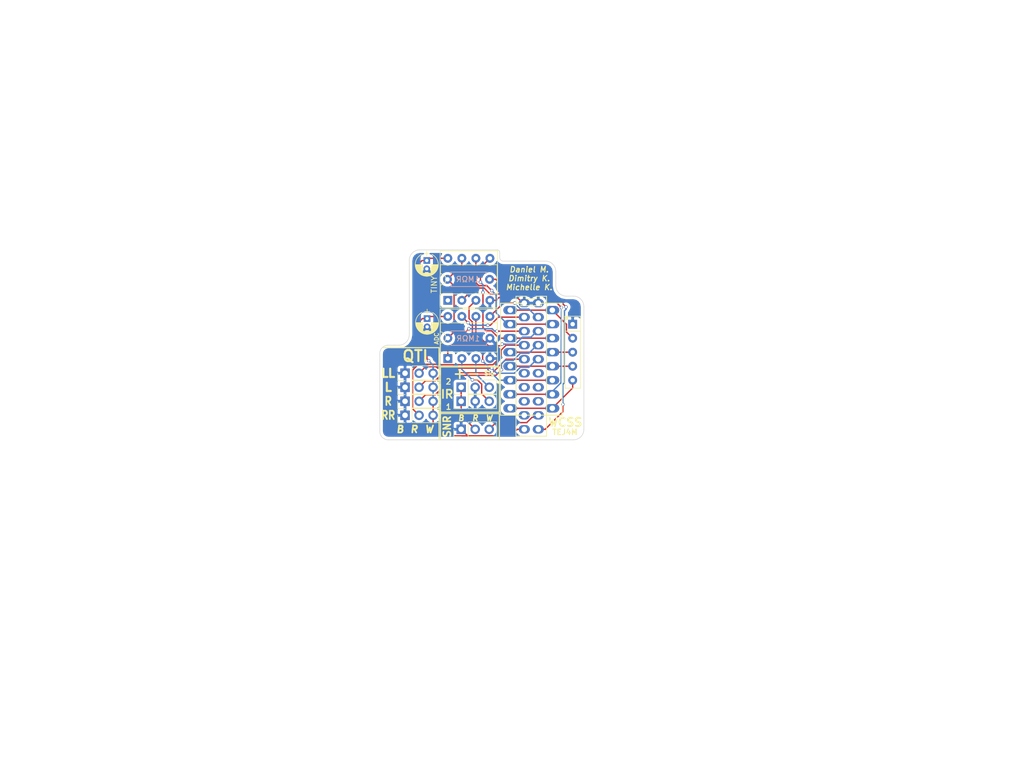
<source format=kicad_pcb>
(kicad_pcb (version 4) (host pcbnew 4.0.6)

  (general
    (links 55)
    (no_connects 2)
    (area 33.3375 31.4325 218.757501 168.592501)
    (thickness 1.6)
    (drawings 59)
    (tracks 226)
    (zones 0)
    (modules 16)
    (nets 32)
  )

  (page A4)
  (layers
    (0 F.Cu signal)
    (31 B.Cu signal)
    (32 B.Adhes user)
    (33 F.Adhes user)
    (34 B.Paste user)
    (35 F.Paste user)
    (36 B.SilkS user)
    (37 F.SilkS user)
    (38 B.Mask user)
    (39 F.Mask user)
    (40 Dwgs.User user)
    (41 Cmts.User user)
    (42 Eco1.User user)
    (43 Eco2.User user)
    (44 Edge.Cuts user)
    (45 Margin user)
    (46 B.CrtYd user)
    (47 F.CrtYd user)
    (48 B.Fab user)
    (49 F.Fab user)
  )

  (setup
    (last_trace_width 0.25)
    (trace_clearance 0.2)
    (zone_clearance 0.508)
    (zone_45_only no)
    (trace_min 0.2)
    (segment_width 0.2)
    (edge_width 0.1)
    (via_size 0.6)
    (via_drill 0.4)
    (via_min_size 0.4)
    (via_min_drill 0.3)
    (uvia_size 0.3)
    (uvia_drill 0.1)
    (uvias_allowed no)
    (uvia_min_size 0.2)
    (uvia_min_drill 0.1)
    (pcb_text_width 0.3)
    (pcb_text_size 1.5 1.5)
    (mod_edge_width 0.15)
    (mod_text_size 1 1)
    (mod_text_width 0.15)
    (pad_size 1.5 1.5)
    (pad_drill 0.6)
    (pad_to_mask_clearance 0)
    (aux_axis_origin 0 0)
    (visible_elements 7FFFFFFF)
    (pcbplotparams
      (layerselection 0x00030_80000001)
      (usegerberextensions false)
      (excludeedgelayer true)
      (linewidth 0.100000)
      (plotframeref false)
      (viasonmask false)
      (mode 1)
      (useauxorigin false)
      (hpglpennumber 1)
      (hpglpenspeed 20)
      (hpglpendiameter 15)
      (hpglpenoverlay 2)
      (psnegative false)
      (psa4output false)
      (plotreference true)
      (plotvalue true)
      (plotinvisibletext false)
      (padsonsilk false)
      (subtractmaskfromsilk false)
      (outputformat 1)
      (mirror false)
      (drillshape 0)
      (scaleselection 1)
      (outputdirectory ""))
  )

  (net 0 "")
  (net 1 Earth)
  (net 2 /MOSI)
  (net 3 /Clock)
  (net 4 /MISO)
  (net 5 /CS)
  (net 6 /QTI_R)
  (net 7 /QTI_RR)
  (net 8 /QTI_LL)
  (net 9 /QTI_L)
  (net 10 "Net-(B1-Pad15)")
  (net 11 "Net-(B1-Pad6)")
  (net 12 "Net-(B1-Pad14)")
  (net 13 "Net-(B1-Pad7)")
  (net 14 "Net-(B1-Pad13)")
  (net 15 /SONAR)
  (net 16 "Net-(B1-Pad9)")
  (net 17 "Net-(B1-Pad11)")
  (net 18 +5V)
  (net 19 /IR_1)
  (net 20 /IR_2)
  (net 21 /RN1.4)
  (net 22 /LED_AH)
  (net 23 /LED_BG)
  (net 24 /RN1.3)
  (net 25 /RN1.2)
  (net 26 /LED_CF)
  (net 27 /LED_DE)
  (net 28 /RN1.1)
  (net 29 /BATTERY_READ)
  (net 30 "Net-(U1-Pad1)")
  (net 31 "Net-(B1-Pad8)")

  (net_class Default "This is the default net class."
    (clearance 0.2)
    (trace_width 0.25)
    (via_dia 0.6)
    (via_drill 0.4)
    (uvia_dia 0.3)
    (uvia_drill 0.1)
    (add_net +5V)
    (add_net /BATTERY_READ)
    (add_net /CS)
    (add_net /Clock)
    (add_net /IR_1)
    (add_net /IR_2)
    (add_net /LED_AH)
    (add_net /LED_BG)
    (add_net /LED_CF)
    (add_net /LED_DE)
    (add_net /MISO)
    (add_net /MOSI)
    (add_net /QTI_L)
    (add_net /QTI_LL)
    (add_net /QTI_R)
    (add_net /QTI_RR)
    (add_net /RN1.1)
    (add_net /RN1.2)
    (add_net /RN1.3)
    (add_net /RN1.4)
    (add_net /SONAR)
    (add_net Earth)
    (add_net "Net-(B1-Pad11)")
    (add_net "Net-(B1-Pad13)")
    (add_net "Net-(B1-Pad14)")
    (add_net "Net-(B1-Pad15)")
    (add_net "Net-(B1-Pad6)")
    (add_net "Net-(B1-Pad7)")
    (add_net "Net-(B1-Pad8)")
    (add_net "Net-(B1-Pad9)")
    (add_net "Net-(U1-Pad1)")
  )

  (module Pin_Headers:Pin_Header_Straight_1x03_Pitch2.54mm (layer F.Cu) (tedit 5A662F95) (tstamp 5A32C9EC)
    (at 106.68 99.06 90)
    (descr "Through hole straight pin header, 1x03, 2.54mm pitch, single row")
    (tags "Through hole pin header THT 1x03 2.54mm single row")
    (path /5A1F345C)
    (fp_text reference J4 (at 0 -2.33 90) (layer F.SilkS) hide
      (effects (font (size 1 1) (thickness 0.15)))
    )
    (fp_text value LL (at 0 -3.048 180) (layer F.SilkS)
      (effects (font (size 1.5 1.5) (thickness 0.375)))
    )
    (fp_line (start -0.635 -1.27) (end 1.27 -1.27) (layer F.Fab) (width 0.1))
    (fp_line (start 1.27 -1.27) (end 1.27 6.35) (layer F.Fab) (width 0.1))
    (fp_line (start 1.27 6.35) (end -1.27 6.35) (layer F.Fab) (width 0.1))
    (fp_line (start -1.27 6.35) (end -1.27 -0.635) (layer F.Fab) (width 0.1))
    (fp_line (start -1.27 -0.635) (end -0.635 -1.27) (layer F.Fab) (width 0.1))
    (fp_line (start -1.33 6.41) (end 1.33 6.41) (layer F.SilkS) (width 0.12))
    (fp_line (start -1.33 1.27) (end -1.33 6.41) (layer F.SilkS) (width 0.12))
    (fp_line (start 1.33 1.27) (end 1.33 6.41) (layer F.SilkS) (width 0.12))
    (fp_line (start -1.33 1.27) (end 1.33 1.27) (layer F.SilkS) (width 0.12))
    (fp_line (start -1.33 0) (end -1.33 -1.33) (layer F.SilkS) (width 0.12))
    (fp_line (start -1.33 -1.33) (end 0 -1.33) (layer F.SilkS) (width 0.12))
    (fp_line (start -1.8 -1.8) (end -1.8 6.85) (layer F.CrtYd) (width 0.05))
    (fp_line (start -1.8 6.85) (end 1.8 6.85) (layer F.CrtYd) (width 0.05))
    (fp_line (start 1.8 6.85) (end 1.8 -1.8) (layer F.CrtYd) (width 0.05))
    (fp_line (start 1.8 -1.8) (end -1.8 -1.8) (layer F.CrtYd) (width 0.05))
    (fp_text user %R (at 0 2.54 180) (layer F.Fab)
      (effects (font (size 1 1) (thickness 0.15)))
    )
    (pad 1 thru_hole rect (at 0 0 90) (size 1.7 1.7) (drill 1) (layers *.Cu *.Mask)
      (net 1 Earth))
    (pad 2 thru_hole oval (at 0 2.54 90) (size 1.7 1.7) (drill 1) (layers *.Cu *.Mask)
      (net 8 /QTI_LL))
    (pad 3 thru_hole oval (at 0 5.08 90) (size 1.7 1.7) (drill 1) (layers *.Cu *.Mask)
      (net 18 +5V))
    (model ${KISYS3DMOD}/Pin_Headers.3dshapes/Pin_Header_Straight_1x03_Pitch2.54mm.wrl
      (at (xyz 0 0 0))
      (scale (xyz 1 1 1))
      (rotate (xyz 0 0 0))
    )
  )

  (module Pin_Headers:Pin_Header_Straight_1x03_Pitch2.54mm (layer F.Cu) (tedit 5A662FA1) (tstamp 5A32CA31)
    (at 106.68 106.68 90)
    (descr "Through hole straight pin header, 1x03, 2.54mm pitch, single row")
    (tags "Through hole pin header THT 1x03 2.54mm single row")
    (path /5A1F37FC)
    (fp_text reference J7 (at 0 -2.33 90) (layer F.SilkS) hide
      (effects (font (size 1 1) (thickness 0.15)))
    )
    (fp_text value RR (at 0 -3.048 180) (layer F.SilkS)
      (effects (font (size 1.5 1.25) (thickness 0.3125)))
    )
    (fp_line (start -0.635 -1.27) (end 1.27 -1.27) (layer F.Fab) (width 0.1))
    (fp_line (start 1.27 -1.27) (end 1.27 6.35) (layer F.Fab) (width 0.1))
    (fp_line (start 1.27 6.35) (end -1.27 6.35) (layer F.Fab) (width 0.1))
    (fp_line (start -1.27 6.35) (end -1.27 -0.635) (layer F.Fab) (width 0.1))
    (fp_line (start -1.27 -0.635) (end -0.635 -1.27) (layer F.Fab) (width 0.1))
    (fp_line (start -1.33 6.41) (end 1.33 6.41) (layer F.SilkS) (width 0.12))
    (fp_line (start -1.33 1.27) (end -1.33 6.41) (layer F.SilkS) (width 0.12))
    (fp_line (start 1.33 1.27) (end 1.33 6.41) (layer F.SilkS) (width 0.12))
    (fp_line (start -1.33 1.27) (end 1.33 1.27) (layer F.SilkS) (width 0.12))
    (fp_line (start -1.33 0) (end -1.33 -1.33) (layer F.SilkS) (width 0.12))
    (fp_line (start -1.33 -1.33) (end 0 -1.33) (layer F.SilkS) (width 0.12))
    (fp_line (start -1.8 -1.8) (end -1.8 6.85) (layer F.CrtYd) (width 0.05))
    (fp_line (start -1.8 6.85) (end 1.8 6.85) (layer F.CrtYd) (width 0.05))
    (fp_line (start 1.8 6.85) (end 1.8 -1.8) (layer F.CrtYd) (width 0.05))
    (fp_line (start 1.8 -1.8) (end -1.8 -1.8) (layer F.CrtYd) (width 0.05))
    (fp_text user %R (at 0 2.54 180) (layer F.Fab)
      (effects (font (size 1 1) (thickness 0.15)))
    )
    (pad 1 thru_hole rect (at 0 0 90) (size 1.7 1.7) (drill 1) (layers *.Cu *.Mask)
      (net 1 Earth))
    (pad 2 thru_hole oval (at 0 2.54 90) (size 1.7 1.7) (drill 1) (layers *.Cu *.Mask)
      (net 7 /QTI_RR))
    (pad 3 thru_hole oval (at 0 5.08 90) (size 1.7 1.7) (drill 1) (layers *.Cu *.Mask)
      (net 18 +5V))
    (model ${KISYS3DMOD}/Pin_Headers.3dshapes/Pin_Header_Straight_1x03_Pitch2.54mm.wrl
      (at (xyz 0 0 0))
      (scale (xyz 1 1 1))
      (rotate (xyz 0 0 0))
    )
  )

  (module Pin_Headers:Pin_Header_Straight_1x03_Pitch2.54mm (layer F.Cu) (tedit 5A66317E) (tstamp 5A32C9A7)
    (at 116.84 109.22 90)
    (descr "Through hole straight pin header, 1x03, 2.54mm pitch, single row")
    (tags "Through hole pin header THT 1x03 2.54mm single row")
    (path /5A2208BA)
    (fp_text reference J1 (at 0 -2.286 90) (layer F.Fab) hide
      (effects (font (size 1.5 1.5) (thickness 0.15)))
    )
    (fp_text value SNR (at 0.508 -2.54 90) (layer F.SilkS)
      (effects (font (size 1.3 1.3) (thickness 0.3)))
    )
    (fp_line (start -0.635 -1.27) (end 1.27 -1.27) (layer F.Fab) (width 0.1))
    (fp_line (start 1.27 -1.27) (end 1.27 6.35) (layer F.Fab) (width 0.1))
    (fp_line (start 1.27 6.35) (end -1.27 6.35) (layer F.Fab) (width 0.1))
    (fp_line (start -1.27 6.35) (end -1.27 -0.635) (layer F.Fab) (width 0.1))
    (fp_line (start -1.27 -0.635) (end -0.635 -1.27) (layer F.Fab) (width 0.1))
    (fp_line (start -1.33 6.41) (end 1.33 6.41) (layer F.SilkS) (width 0.12))
    (fp_line (start -1.33 1.27) (end -1.33 6.41) (layer F.SilkS) (width 0.12))
    (fp_line (start 1.33 1.27) (end 1.33 6.41) (layer F.SilkS) (width 0.12))
    (fp_line (start -1.33 1.27) (end 1.33 1.27) (layer F.SilkS) (width 0.12))
    (fp_line (start -1.33 0) (end -1.33 -1.33) (layer F.SilkS) (width 0.12))
    (fp_line (start -1.33 -1.33) (end 0 -1.33) (layer F.SilkS) (width 0.12))
    (fp_line (start -1.8 -1.8) (end -1.8 6.85) (layer F.CrtYd) (width 0.05))
    (fp_line (start -1.8 6.85) (end 1.8 6.85) (layer F.CrtYd) (width 0.05))
    (fp_line (start 1.8 6.85) (end 1.8 -1.8) (layer F.CrtYd) (width 0.05))
    (fp_line (start 1.8 -1.8) (end -1.8 -1.8) (layer F.CrtYd) (width 0.05))
    (fp_text user %R (at 0 2.54 180) (layer F.Fab)
      (effects (font (size 1 1) (thickness 0.15)))
    )
    (pad 1 thru_hole rect (at 0 0 90) (size 1.7 1.7) (drill 1) (layers *.Cu *.Mask)
      (net 1 Earth))
    (pad 2 thru_hole oval (at 0 2.54 90) (size 1.7 1.7) (drill 1) (layers *.Cu *.Mask)
      (net 18 +5V))
    (pad 3 thru_hole oval (at 0 5.08 90) (size 1.7 1.7) (drill 1) (layers *.Cu *.Mask)
      (net 15 /SONAR))
    (model ${KISYS3DMOD}/Pin_Headers.3dshapes/Pin_Header_Straight_1x03_Pitch2.54mm.wrl
      (at (xyz 0 0 0))
      (scale (xyz 1 1 1))
      (rotate (xyz 0 0 0))
    )
  )

  (module Pin_Headers:Pin_Header_Straight_1x03_Pitch2.54mm (layer F.Cu) (tedit 5A663092) (tstamp 5A32C9D5)
    (at 116.84 101.6 90)
    (descr "Through hole straight pin header, 1x03, 2.54mm pitch, single row")
    (tags "Through hole pin header THT 1x03 2.54mm single row")
    (path /5A21EEFB)
    (fp_text reference J3 (at 0 -2.33 90) (layer F.SilkS) hide
      (effects (font (size 1 1) (thickness 0.15)))
    )
    (fp_text value 2 (at 1.016 -2.286 180) (layer F.SilkS)
      (effects (font (size 1 1) (thickness 0.2)))
    )
    (fp_line (start -0.635 -1.27) (end 1.27 -1.27) (layer F.Fab) (width 0.1))
    (fp_line (start 1.27 -1.27) (end 1.27 6.35) (layer F.Fab) (width 0.1))
    (fp_line (start 1.27 6.35) (end -1.27 6.35) (layer F.Fab) (width 0.1))
    (fp_line (start -1.27 6.35) (end -1.27 -0.635) (layer F.Fab) (width 0.1))
    (fp_line (start -1.27 -0.635) (end -0.635 -1.27) (layer F.Fab) (width 0.1))
    (fp_line (start -1.33 6.41) (end 1.33 6.41) (layer F.SilkS) (width 0.12))
    (fp_line (start -1.33 1.27) (end -1.33 6.41) (layer F.SilkS) (width 0.12))
    (fp_line (start 1.33 1.27) (end 1.33 6.41) (layer F.SilkS) (width 0.12))
    (fp_line (start -1.33 1.27) (end 1.33 1.27) (layer F.SilkS) (width 0.12))
    (fp_line (start -1.33 0) (end -1.33 -1.33) (layer F.SilkS) (width 0.12))
    (fp_line (start -1.33 -1.33) (end 0 -1.33) (layer F.SilkS) (width 0.12))
    (fp_line (start -1.8 -1.8) (end -1.8 6.85) (layer F.CrtYd) (width 0.05))
    (fp_line (start -1.8 6.85) (end 1.8 6.85) (layer F.CrtYd) (width 0.05))
    (fp_line (start 1.8 6.85) (end 1.8 -1.8) (layer F.CrtYd) (width 0.05))
    (fp_line (start 1.8 -1.8) (end -1.8 -1.8) (layer F.CrtYd) (width 0.05))
    (fp_text user %R (at 0 2.54 180) (layer F.Fab)
      (effects (font (size 1 1) (thickness 0.15)))
    )
    (pad 1 thru_hole rect (at 0 0 90) (size 1.7 1.7) (drill 1) (layers *.Cu *.Mask)
      (net 18 +5V))
    (pad 2 thru_hole oval (at 0 2.54 90) (size 1.7 1.7) (drill 1) (layers *.Cu *.Mask)
      (net 1 Earth))
    (pad 3 thru_hole oval (at 0 5.08 90) (size 1.7 1.7) (drill 1) (layers *.Cu *.Mask)
      (net 20 /IR_2))
    (model ${KISYS3DMOD}/Pin_Headers.3dshapes/Pin_Header_Straight_1x03_Pitch2.54mm.wrl
      (at (xyz 0 0 0))
      (scale (xyz 1 1 1))
      (rotate (xyz 0 0 0))
    )
  )

  (module KiCAD-Footprints:BOE (layer F.Cu) (tedit 5A2EC149) (tstamp 5A283295)
    (at 129.413 97.917)
    (path /5A1EEB91)
    (fp_text reference B1 (at 0.127 -14.007) (layer F.SilkS) hide
      (effects (font (size 1.2 1.2) (thickness 0.15)))
    )
    (fp_text value BOE-BOARD (at 3.937 1.397 270) (layer F.Fab)
      (effects (font (size 1.2 1.2) (thickness 0.15)))
    )
    (fp_line (start -2.642999 -12.807) (end -2.643 12.553) (layer F.SilkS) (width 0.15))
    (fp_line (start -2.643 12.553) (end 2.896999 12.553) (layer F.SilkS) (width 0.15))
    (fp_line (start 2.896999 12.553) (end 2.897 -12.807) (layer F.SilkS) (width 0.15))
    (fp_line (start 2.897 -12.807) (end 1.050333 -12.807) (layer F.SilkS) (width 0.15))
    (fp_line (start 1.050333 -12.807) (end 1.050333 -12.357) (layer F.SilkS) (width 0.15))
    (fp_line (start 1.050333 -12.357) (end -0.796333 -12.357) (layer F.SilkS) (width 0.15))
    (fp_line (start -0.796333 -12.357) (end -0.796333 -12.807) (layer F.SilkS) (width 0.15))
    (fp_line (start -0.796333 -12.807) (end -2.642999 -12.807) (layer F.SilkS) (width 0.15))
    (pad 20 thru_hole oval (at 1.397 -11.557 270) (size 1.5 2) (drill 1) (layers *.Cu *.Mask)
      (net 1 Earth))
    (pad 1 thru_hole oval (at -1.143 -11.557 270) (size 1.5 2) (drill 1) (layers *.Cu *.Mask)
      (net 1 Earth))
    (pad 19 thru_hole oval (at 1.397 -9.017 270) (size 1.5 2) (drill 1) (layers *.Cu *.Mask)
      (net 2 /MOSI))
    (pad 2 thru_hole oval (at -1.143 -9.017 270) (size 1.5 2) (drill 1) (layers *.Cu *.Mask)
      (net 3 /Clock))
    (pad 18 thru_hole oval (at 1.397 -6.477 270) (size 1.5 2) (drill 1) (layers *.Cu *.Mask)
      (net 4 /MISO))
    (pad 3 thru_hole oval (at -1.143 -6.477 270) (size 1.5 2) (drill 1) (layers *.Cu *.Mask)
      (net 5 /CS))
    (pad 17 thru_hole oval (at 1.397 -3.937 270) (size 1.5 2) (drill 1) (layers *.Cu *.Mask)
      (net 6 /QTI_R))
    (pad 4 thru_hole oval (at -1.143 -3.937 270) (size 1.5 2) (drill 1) (layers *.Cu *.Mask)
      (net 7 /QTI_RR))
    (pad 16 thru_hole oval (at 1.397 -1.397 270) (size 1.5 2) (drill 1) (layers *.Cu *.Mask)
      (net 8 /QTI_LL))
    (pad 5 thru_hole oval (at -1.143 -1.397 270) (size 1.5 2) (drill 1) (layers *.Cu *.Mask)
      (net 9 /QTI_L))
    (pad 15 thru_hole oval (at 1.397 1.143 270) (size 1.5 2) (drill 1) (layers *.Cu *.Mask)
      (net 10 "Net-(B1-Pad15)"))
    (pad 6 thru_hole oval (at -1.143 1.143 270) (size 1.5 2) (drill 1) (layers *.Cu *.Mask)
      (net 11 "Net-(B1-Pad6)"))
    (pad 14 thru_hole oval (at 1.397 3.683 270) (size 1.5 2) (drill 1) (layers *.Cu *.Mask)
      (net 12 "Net-(B1-Pad14)"))
    (pad 7 thru_hole oval (at -1.143 3.683 270) (size 1.5 2) (drill 1) (layers *.Cu *.Mask)
      (net 13 "Net-(B1-Pad7)"))
    (pad 13 thru_hole oval (at 1.397 6.223 270) (size 1.5 2) (drill 1) (layers *.Cu *.Mask)
      (net 14 "Net-(B1-Pad13)"))
    (pad 8 thru_hole oval (at -1.143 6.223 270) (size 1.5 2) (drill 1) (layers *.Cu *.Mask)
      (net 31 "Net-(B1-Pad8)"))
    (pad 12 thru_hole oval (at 1.397 8.763 270) (size 1.5 2) (drill 1) (layers *.Cu *.Mask)
      (net 15 /SONAR))
    (pad 9 thru_hole oval (at -1.143 8.763 270) (size 1.5 2) (drill 1) (layers *.Cu *.Mask)
      (net 16 "Net-(B1-Pad9)"))
    (pad 11 thru_hole oval (at 1.397 11.303 270) (size 1.5 2) (drill 1) (layers *.Cu *.Mask)
      (net 17 "Net-(B1-Pad11)"))
    (pad 10 thru_hole oval (at -1.143 11.303 270) (size 1.5 2) (drill 1) (layers *.Cu *.Mask)
      (net 18 +5V))
  )

  (module Capacitors_THT:CP_Radial_D4.0mm_P1.50mm (layer F.Cu) (tedit 5A3AACC4) (tstamp 5A283304)
    (at 110.617 78.637 270)
    (descr "CP, Radial series, Radial, pin pitch=1.50mm, , diameter=4mm, Electrolytic Capacitor")
    (tags "CP Radial series Radial pin pitch 1.50mm  diameter 4mm Electrolytic Capacitor")
    (path /5A218707)
    (fp_text reference C1 (at 0.75 -3.31 270) (layer F.SilkS) hide
      (effects (font (size 1 1) (thickness 0.15)))
    )
    (fp_text value C (at 0.738 2.0955 270) (layer F.Fab)
      (effects (font (size 1 1) (thickness 0.15)))
    )
    (fp_arc (start 0.75 0) (end -1.095996 -0.98) (angle 124.1) (layer F.SilkS) (width 0.12))
    (fp_arc (start 0.75 0) (end -1.095996 0.98) (angle -124.1) (layer F.SilkS) (width 0.12))
    (fp_arc (start 0.75 0) (end 2.595996 -0.98) (angle 55.9) (layer F.SilkS) (width 0.12))
    (fp_circle (center 0.75 0) (end 2.75 0) (layer F.Fab) (width 0.1))
    (fp_line (start -1.7 0) (end -0.8 0) (layer F.Fab) (width 0.1))
    (fp_line (start -1.25 -0.45) (end -1.25 0.45) (layer F.Fab) (width 0.1))
    (fp_line (start 0.75 0.78) (end 0.75 2.05) (layer F.SilkS) (width 0.12))
    (fp_line (start 0.75 -2.05) (end 0.75 -0.78) (layer F.SilkS) (width 0.12))
    (fp_line (start 0.79 -2.05) (end 0.79 -0.78) (layer F.SilkS) (width 0.12))
    (fp_line (start 0.79 0.78) (end 0.79 2.05) (layer F.SilkS) (width 0.12))
    (fp_line (start 0.83 -2.049) (end 0.83 -0.78) (layer F.SilkS) (width 0.12))
    (fp_line (start 0.83 0.78) (end 0.83 2.049) (layer F.SilkS) (width 0.12))
    (fp_line (start 0.87 -2.047) (end 0.87 -0.78) (layer F.SilkS) (width 0.12))
    (fp_line (start 0.87 0.78) (end 0.87 2.047) (layer F.SilkS) (width 0.12))
    (fp_line (start 0.91 -2.044) (end 0.91 -0.78) (layer F.SilkS) (width 0.12))
    (fp_line (start 0.91 0.78) (end 0.91 2.044) (layer F.SilkS) (width 0.12))
    (fp_line (start 0.95 -2.041) (end 0.95 -0.78) (layer F.SilkS) (width 0.12))
    (fp_line (start 0.95 0.78) (end 0.95 2.041) (layer F.SilkS) (width 0.12))
    (fp_line (start 0.99 -2.037) (end 0.99 -0.78) (layer F.SilkS) (width 0.12))
    (fp_line (start 0.99 0.78) (end 0.99 2.037) (layer F.SilkS) (width 0.12))
    (fp_line (start 1.03 -2.032) (end 1.03 -0.78) (layer F.SilkS) (width 0.12))
    (fp_line (start 1.03 0.78) (end 1.03 2.032) (layer F.SilkS) (width 0.12))
    (fp_line (start 1.07 -2.026) (end 1.07 -0.78) (layer F.SilkS) (width 0.12))
    (fp_line (start 1.07 0.78) (end 1.07 2.026) (layer F.SilkS) (width 0.12))
    (fp_line (start 1.11 -2.019) (end 1.11 -0.78) (layer F.SilkS) (width 0.12))
    (fp_line (start 1.11 0.78) (end 1.11 2.019) (layer F.SilkS) (width 0.12))
    (fp_line (start 1.15 -2.012) (end 1.15 -0.78) (layer F.SilkS) (width 0.12))
    (fp_line (start 1.15 0.78) (end 1.15 2.012) (layer F.SilkS) (width 0.12))
    (fp_line (start 1.19 -2.004) (end 1.19 -0.78) (layer F.SilkS) (width 0.12))
    (fp_line (start 1.19 0.78) (end 1.19 2.004) (layer F.SilkS) (width 0.12))
    (fp_line (start 1.23 -1.995) (end 1.23 -0.78) (layer F.SilkS) (width 0.12))
    (fp_line (start 1.23 0.78) (end 1.23 1.995) (layer F.SilkS) (width 0.12))
    (fp_line (start 1.27 -1.985) (end 1.27 -0.78) (layer F.SilkS) (width 0.12))
    (fp_line (start 1.27 0.78) (end 1.27 1.985) (layer F.SilkS) (width 0.12))
    (fp_line (start 1.31 -1.974) (end 1.31 -0.78) (layer F.SilkS) (width 0.12))
    (fp_line (start 1.31 0.78) (end 1.31 1.974) (layer F.SilkS) (width 0.12))
    (fp_line (start 1.35 -1.963) (end 1.35 -0.78) (layer F.SilkS) (width 0.12))
    (fp_line (start 1.35 0.78) (end 1.35 1.963) (layer F.SilkS) (width 0.12))
    (fp_line (start 1.39 -1.95) (end 1.39 -0.78) (layer F.SilkS) (width 0.12))
    (fp_line (start 1.39 0.78) (end 1.39 1.95) (layer F.SilkS) (width 0.12))
    (fp_line (start 1.43 -1.937) (end 1.43 -0.78) (layer F.SilkS) (width 0.12))
    (fp_line (start 1.43 0.78) (end 1.43 1.937) (layer F.SilkS) (width 0.12))
    (fp_line (start 1.471 -1.923) (end 1.471 -0.78) (layer F.SilkS) (width 0.12))
    (fp_line (start 1.471 0.78) (end 1.471 1.923) (layer F.SilkS) (width 0.12))
    (fp_line (start 1.511 -1.907) (end 1.511 -0.78) (layer F.SilkS) (width 0.12))
    (fp_line (start 1.511 0.78) (end 1.511 1.907) (layer F.SilkS) (width 0.12))
    (fp_line (start 1.551 -1.891) (end 1.551 -0.78) (layer F.SilkS) (width 0.12))
    (fp_line (start 1.551 0.78) (end 1.551 1.891) (layer F.SilkS) (width 0.12))
    (fp_line (start 1.591 -1.874) (end 1.591 -0.78) (layer F.SilkS) (width 0.12))
    (fp_line (start 1.591 0.78) (end 1.591 1.874) (layer F.SilkS) (width 0.12))
    (fp_line (start 1.631 -1.856) (end 1.631 -0.78) (layer F.SilkS) (width 0.12))
    (fp_line (start 1.631 0.78) (end 1.631 1.856) (layer F.SilkS) (width 0.12))
    (fp_line (start 1.671 -1.837) (end 1.671 -0.78) (layer F.SilkS) (width 0.12))
    (fp_line (start 1.671 0.78) (end 1.671 1.837) (layer F.SilkS) (width 0.12))
    (fp_line (start 1.711 -1.817) (end 1.711 -0.78) (layer F.SilkS) (width 0.12))
    (fp_line (start 1.711 0.78) (end 1.711 1.817) (layer F.SilkS) (width 0.12))
    (fp_line (start 1.751 -1.796) (end 1.751 -0.78) (layer F.SilkS) (width 0.12))
    (fp_line (start 1.751 0.78) (end 1.751 1.796) (layer F.SilkS) (width 0.12))
    (fp_line (start 1.791 -1.773) (end 1.791 -0.78) (layer F.SilkS) (width 0.12))
    (fp_line (start 1.791 0.78) (end 1.791 1.773) (layer F.SilkS) (width 0.12))
    (fp_line (start 1.831 -1.75) (end 1.831 -0.78) (layer F.SilkS) (width 0.12))
    (fp_line (start 1.831 0.78) (end 1.831 1.75) (layer F.SilkS) (width 0.12))
    (fp_line (start 1.871 -1.725) (end 1.871 -0.78) (layer F.SilkS) (width 0.12))
    (fp_line (start 1.871 0.78) (end 1.871 1.725) (layer F.SilkS) (width 0.12))
    (fp_line (start 1.911 -1.699) (end 1.911 -0.78) (layer F.SilkS) (width 0.12))
    (fp_line (start 1.911 0.78) (end 1.911 1.699) (layer F.SilkS) (width 0.12))
    (fp_line (start 1.951 -1.672) (end 1.951 -0.78) (layer F.SilkS) (width 0.12))
    (fp_line (start 1.951 0.78) (end 1.951 1.672) (layer F.SilkS) (width 0.12))
    (fp_line (start 1.991 -1.643) (end 1.991 -0.78) (layer F.SilkS) (width 0.12))
    (fp_line (start 1.991 0.78) (end 1.991 1.643) (layer F.SilkS) (width 0.12))
    (fp_line (start 2.031 -1.613) (end 2.031 -0.78) (layer F.SilkS) (width 0.12))
    (fp_line (start 2.031 0.78) (end 2.031 1.613) (layer F.SilkS) (width 0.12))
    (fp_line (start 2.071 -1.581) (end 2.071 -0.78) (layer F.SilkS) (width 0.12))
    (fp_line (start 2.071 0.78) (end 2.071 1.581) (layer F.SilkS) (width 0.12))
    (fp_line (start 2.111 -1.547) (end 2.111 -0.78) (layer F.SilkS) (width 0.12))
    (fp_line (start 2.111 0.78) (end 2.111 1.547) (layer F.SilkS) (width 0.12))
    (fp_line (start 2.151 -1.512) (end 2.151 -0.78) (layer F.SilkS) (width 0.12))
    (fp_line (start 2.151 0.78) (end 2.151 1.512) (layer F.SilkS) (width 0.12))
    (fp_line (start 2.191 -1.475) (end 2.191 -0.78) (layer F.SilkS) (width 0.12))
    (fp_line (start 2.191 0.78) (end 2.191 1.475) (layer F.SilkS) (width 0.12))
    (fp_line (start 2.231 -1.436) (end 2.231 -0.78) (layer F.SilkS) (width 0.12))
    (fp_line (start 2.231 0.78) (end 2.231 1.436) (layer F.SilkS) (width 0.12))
    (fp_line (start 2.271 -1.395) (end 2.271 -0.78) (layer F.SilkS) (width 0.12))
    (fp_line (start 2.271 0.78) (end 2.271 1.395) (layer F.SilkS) (width 0.12))
    (fp_line (start 2.311 -1.351) (end 2.311 1.351) (layer F.SilkS) (width 0.12))
    (fp_line (start 2.351 -1.305) (end 2.351 1.305) (layer F.SilkS) (width 0.12))
    (fp_line (start 2.391 -1.256) (end 2.391 1.256) (layer F.SilkS) (width 0.12))
    (fp_line (start 2.431 -1.204) (end 2.431 1.204) (layer F.SilkS) (width 0.12))
    (fp_line (start 2.471 -1.148) (end 2.471 1.148) (layer F.SilkS) (width 0.12))
    (fp_line (start 2.511 -1.088) (end 2.511 1.088) (layer F.SilkS) (width 0.12))
    (fp_line (start 2.551 -1.023) (end 2.551 1.023) (layer F.SilkS) (width 0.12))
    (fp_line (start 2.591 -0.952) (end 2.591 0.952) (layer F.SilkS) (width 0.12))
    (fp_line (start 2.631 -0.874) (end 2.631 0.874) (layer F.SilkS) (width 0.12))
    (fp_line (start 2.671 -0.786) (end 2.671 0.786) (layer F.SilkS) (width 0.12))
    (fp_line (start 2.711 -0.686) (end 2.711 0.686) (layer F.SilkS) (width 0.12))
    (fp_line (start 2.751 -0.567) (end 2.751 0.567) (layer F.SilkS) (width 0.12))
    (fp_line (start 2.791 -0.415) (end 2.791 0.415) (layer F.SilkS) (width 0.12))
    (fp_line (start 2.831 -0.165) (end 2.831 0.165) (layer F.SilkS) (width 0.12))
    (fp_line (start -1.7 0) (end -0.8 0) (layer F.SilkS) (width 0.12))
    (fp_line (start -1.25 -0.45) (end -1.25 0.45) (layer F.SilkS) (width 0.12))
    (fp_line (start -1.6 -2.35) (end -1.6 2.35) (layer F.CrtYd) (width 0.05))
    (fp_line (start -1.6 2.35) (end 3.1 2.35) (layer F.CrtYd) (width 0.05))
    (fp_line (start 3.1 2.35) (end 3.1 -2.35) (layer F.CrtYd) (width 0.05))
    (fp_line (start 3.1 -2.35) (end -1.6 -2.35) (layer F.CrtYd) (width 0.05))
    (fp_text user %R (at 1.27 0 360) (layer F.Fab)
      (effects (font (size 1 1) (thickness 0.15)))
    )
    (pad 1 thru_hole rect (at 0 0 270) (size 1.2 1.2) (drill 0.6) (layers *.Cu *.Mask)
      (net 18 +5V))
    (pad 2 thru_hole circle (at 1.5 0 270) (size 1.2 1.2) (drill 0.6) (layers *.Cu *.Mask)
      (net 1 Earth))
    (model ${KISYS3DMOD}/Capacitors_THT.3dshapes/CP_Radial_D4.0mm_P1.50mm.wrl
      (at (xyz 0 0 0))
      (scale (xyz 1 1 1))
      (rotate (xyz 0 0 0))
    )
  )

  (module Capacitors_THT:CP_Radial_D4.0mm_P1.50mm (layer F.Cu) (tedit 5A3AACBE) (tstamp 5A283373)
    (at 110.6805 89.154 270)
    (descr "CP, Radial series, Radial, pin pitch=1.50mm, , diameter=4mm, Electrolytic Capacitor")
    (tags "CP Radial series Radial pin pitch 1.50mm  diameter 4mm Electrolytic Capacitor")
    (path /5A1F29D0)
    (fp_text reference C2 (at 0.75 -3.31 270) (layer F.SilkS) hide
      (effects (font (size 1 1) (thickness 0.15)))
    )
    (fp_text value C (at 0.6985 2.032 270) (layer F.Fab)
      (effects (font (size 1 1) (thickness 0.15)))
    )
    (fp_arc (start 0.75 0) (end -1.095996 -0.98) (angle 124.1) (layer F.SilkS) (width 0.12))
    (fp_arc (start 0.75 0) (end -1.095996 0.98) (angle -124.1) (layer F.SilkS) (width 0.12))
    (fp_arc (start 0.75 0) (end 2.595996 -0.98) (angle 55.9) (layer F.SilkS) (width 0.12))
    (fp_circle (center 0.75 0) (end 2.75 0) (layer F.Fab) (width 0.1))
    (fp_line (start -1.7 0) (end -0.8 0) (layer F.Fab) (width 0.1))
    (fp_line (start -1.25 -0.45) (end -1.25 0.45) (layer F.Fab) (width 0.1))
    (fp_line (start 0.75 0.78) (end 0.75 2.05) (layer F.SilkS) (width 0.12))
    (fp_line (start 0.75 -2.05) (end 0.75 -0.78) (layer F.SilkS) (width 0.12))
    (fp_line (start 0.79 -2.05) (end 0.79 -0.78) (layer F.SilkS) (width 0.12))
    (fp_line (start 0.79 0.78) (end 0.79 2.05) (layer F.SilkS) (width 0.12))
    (fp_line (start 0.83 -2.049) (end 0.83 -0.78) (layer F.SilkS) (width 0.12))
    (fp_line (start 0.83 0.78) (end 0.83 2.049) (layer F.SilkS) (width 0.12))
    (fp_line (start 0.87 -2.047) (end 0.87 -0.78) (layer F.SilkS) (width 0.12))
    (fp_line (start 0.87 0.78) (end 0.87 2.047) (layer F.SilkS) (width 0.12))
    (fp_line (start 0.91 -2.044) (end 0.91 -0.78) (layer F.SilkS) (width 0.12))
    (fp_line (start 0.91 0.78) (end 0.91 2.044) (layer F.SilkS) (width 0.12))
    (fp_line (start 0.95 -2.041) (end 0.95 -0.78) (layer F.SilkS) (width 0.12))
    (fp_line (start 0.95 0.78) (end 0.95 2.041) (layer F.SilkS) (width 0.12))
    (fp_line (start 0.99 -2.037) (end 0.99 -0.78) (layer F.SilkS) (width 0.12))
    (fp_line (start 0.99 0.78) (end 0.99 2.037) (layer F.SilkS) (width 0.12))
    (fp_line (start 1.03 -2.032) (end 1.03 -0.78) (layer F.SilkS) (width 0.12))
    (fp_line (start 1.03 0.78) (end 1.03 2.032) (layer F.SilkS) (width 0.12))
    (fp_line (start 1.07 -2.026) (end 1.07 -0.78) (layer F.SilkS) (width 0.12))
    (fp_line (start 1.07 0.78) (end 1.07 2.026) (layer F.SilkS) (width 0.12))
    (fp_line (start 1.11 -2.019) (end 1.11 -0.78) (layer F.SilkS) (width 0.12))
    (fp_line (start 1.11 0.78) (end 1.11 2.019) (layer F.SilkS) (width 0.12))
    (fp_line (start 1.15 -2.012) (end 1.15 -0.78) (layer F.SilkS) (width 0.12))
    (fp_line (start 1.15 0.78) (end 1.15 2.012) (layer F.SilkS) (width 0.12))
    (fp_line (start 1.19 -2.004) (end 1.19 -0.78) (layer F.SilkS) (width 0.12))
    (fp_line (start 1.19 0.78) (end 1.19 2.004) (layer F.SilkS) (width 0.12))
    (fp_line (start 1.23 -1.995) (end 1.23 -0.78) (layer F.SilkS) (width 0.12))
    (fp_line (start 1.23 0.78) (end 1.23 1.995) (layer F.SilkS) (width 0.12))
    (fp_line (start 1.27 -1.985) (end 1.27 -0.78) (layer F.SilkS) (width 0.12))
    (fp_line (start 1.27 0.78) (end 1.27 1.985) (layer F.SilkS) (width 0.12))
    (fp_line (start 1.31 -1.974) (end 1.31 -0.78) (layer F.SilkS) (width 0.12))
    (fp_line (start 1.31 0.78) (end 1.31 1.974) (layer F.SilkS) (width 0.12))
    (fp_line (start 1.35 -1.963) (end 1.35 -0.78) (layer F.SilkS) (width 0.12))
    (fp_line (start 1.35 0.78) (end 1.35 1.963) (layer F.SilkS) (width 0.12))
    (fp_line (start 1.39 -1.95) (end 1.39 -0.78) (layer F.SilkS) (width 0.12))
    (fp_line (start 1.39 0.78) (end 1.39 1.95) (layer F.SilkS) (width 0.12))
    (fp_line (start 1.43 -1.937) (end 1.43 -0.78) (layer F.SilkS) (width 0.12))
    (fp_line (start 1.43 0.78) (end 1.43 1.937) (layer F.SilkS) (width 0.12))
    (fp_line (start 1.471 -1.923) (end 1.471 -0.78) (layer F.SilkS) (width 0.12))
    (fp_line (start 1.471 0.78) (end 1.471 1.923) (layer F.SilkS) (width 0.12))
    (fp_line (start 1.511 -1.907) (end 1.511 -0.78) (layer F.SilkS) (width 0.12))
    (fp_line (start 1.511 0.78) (end 1.511 1.907) (layer F.SilkS) (width 0.12))
    (fp_line (start 1.551 -1.891) (end 1.551 -0.78) (layer F.SilkS) (width 0.12))
    (fp_line (start 1.551 0.78) (end 1.551 1.891) (layer F.SilkS) (width 0.12))
    (fp_line (start 1.591 -1.874) (end 1.591 -0.78) (layer F.SilkS) (width 0.12))
    (fp_line (start 1.591 0.78) (end 1.591 1.874) (layer F.SilkS) (width 0.12))
    (fp_line (start 1.631 -1.856) (end 1.631 -0.78) (layer F.SilkS) (width 0.12))
    (fp_line (start 1.631 0.78) (end 1.631 1.856) (layer F.SilkS) (width 0.12))
    (fp_line (start 1.671 -1.837) (end 1.671 -0.78) (layer F.SilkS) (width 0.12))
    (fp_line (start 1.671 0.78) (end 1.671 1.837) (layer F.SilkS) (width 0.12))
    (fp_line (start 1.711 -1.817) (end 1.711 -0.78) (layer F.SilkS) (width 0.12))
    (fp_line (start 1.711 0.78) (end 1.711 1.817) (layer F.SilkS) (width 0.12))
    (fp_line (start 1.751 -1.796) (end 1.751 -0.78) (layer F.SilkS) (width 0.12))
    (fp_line (start 1.751 0.78) (end 1.751 1.796) (layer F.SilkS) (width 0.12))
    (fp_line (start 1.791 -1.773) (end 1.791 -0.78) (layer F.SilkS) (width 0.12))
    (fp_line (start 1.791 0.78) (end 1.791 1.773) (layer F.SilkS) (width 0.12))
    (fp_line (start 1.831 -1.75) (end 1.831 -0.78) (layer F.SilkS) (width 0.12))
    (fp_line (start 1.831 0.78) (end 1.831 1.75) (layer F.SilkS) (width 0.12))
    (fp_line (start 1.871 -1.725) (end 1.871 -0.78) (layer F.SilkS) (width 0.12))
    (fp_line (start 1.871 0.78) (end 1.871 1.725) (layer F.SilkS) (width 0.12))
    (fp_line (start 1.911 -1.699) (end 1.911 -0.78) (layer F.SilkS) (width 0.12))
    (fp_line (start 1.911 0.78) (end 1.911 1.699) (layer F.SilkS) (width 0.12))
    (fp_line (start 1.951 -1.672) (end 1.951 -0.78) (layer F.SilkS) (width 0.12))
    (fp_line (start 1.951 0.78) (end 1.951 1.672) (layer F.SilkS) (width 0.12))
    (fp_line (start 1.991 -1.643) (end 1.991 -0.78) (layer F.SilkS) (width 0.12))
    (fp_line (start 1.991 0.78) (end 1.991 1.643) (layer F.SilkS) (width 0.12))
    (fp_line (start 2.031 -1.613) (end 2.031 -0.78) (layer F.SilkS) (width 0.12))
    (fp_line (start 2.031 0.78) (end 2.031 1.613) (layer F.SilkS) (width 0.12))
    (fp_line (start 2.071 -1.581) (end 2.071 -0.78) (layer F.SilkS) (width 0.12))
    (fp_line (start 2.071 0.78) (end 2.071 1.581) (layer F.SilkS) (width 0.12))
    (fp_line (start 2.111 -1.547) (end 2.111 -0.78) (layer F.SilkS) (width 0.12))
    (fp_line (start 2.111 0.78) (end 2.111 1.547) (layer F.SilkS) (width 0.12))
    (fp_line (start 2.151 -1.512) (end 2.151 -0.78) (layer F.SilkS) (width 0.12))
    (fp_line (start 2.151 0.78) (end 2.151 1.512) (layer F.SilkS) (width 0.12))
    (fp_line (start 2.191 -1.475) (end 2.191 -0.78) (layer F.SilkS) (width 0.12))
    (fp_line (start 2.191 0.78) (end 2.191 1.475) (layer F.SilkS) (width 0.12))
    (fp_line (start 2.231 -1.436) (end 2.231 -0.78) (layer F.SilkS) (width 0.12))
    (fp_line (start 2.231 0.78) (end 2.231 1.436) (layer F.SilkS) (width 0.12))
    (fp_line (start 2.271 -1.395) (end 2.271 -0.78) (layer F.SilkS) (width 0.12))
    (fp_line (start 2.271 0.78) (end 2.271 1.395) (layer F.SilkS) (width 0.12))
    (fp_line (start 2.311 -1.351) (end 2.311 1.351) (layer F.SilkS) (width 0.12))
    (fp_line (start 2.351 -1.305) (end 2.351 1.305) (layer F.SilkS) (width 0.12))
    (fp_line (start 2.391 -1.256) (end 2.391 1.256) (layer F.SilkS) (width 0.12))
    (fp_line (start 2.431 -1.204) (end 2.431 1.204) (layer F.SilkS) (width 0.12))
    (fp_line (start 2.471 -1.148) (end 2.471 1.148) (layer F.SilkS) (width 0.12))
    (fp_line (start 2.511 -1.088) (end 2.511 1.088) (layer F.SilkS) (width 0.12))
    (fp_line (start 2.551 -1.023) (end 2.551 1.023) (layer F.SilkS) (width 0.12))
    (fp_line (start 2.591 -0.952) (end 2.591 0.952) (layer F.SilkS) (width 0.12))
    (fp_line (start 2.631 -0.874) (end 2.631 0.874) (layer F.SilkS) (width 0.12))
    (fp_line (start 2.671 -0.786) (end 2.671 0.786) (layer F.SilkS) (width 0.12))
    (fp_line (start 2.711 -0.686) (end 2.711 0.686) (layer F.SilkS) (width 0.12))
    (fp_line (start 2.751 -0.567) (end 2.751 0.567) (layer F.SilkS) (width 0.12))
    (fp_line (start 2.791 -0.415) (end 2.791 0.415) (layer F.SilkS) (width 0.12))
    (fp_line (start 2.831 -0.165) (end 2.831 0.165) (layer F.SilkS) (width 0.12))
    (fp_line (start -1.7 0) (end -0.8 0) (layer F.SilkS) (width 0.12))
    (fp_line (start -1.25 -0.45) (end -1.25 0.45) (layer F.SilkS) (width 0.12))
    (fp_line (start -1.6 -2.35) (end -1.6 2.35) (layer F.CrtYd) (width 0.05))
    (fp_line (start -1.6 2.35) (end 3.1 2.35) (layer F.CrtYd) (width 0.05))
    (fp_line (start 3.1 2.35) (end 3.1 -2.35) (layer F.CrtYd) (width 0.05))
    (fp_line (start 3.1 -2.35) (end -1.6 -2.35) (layer F.CrtYd) (width 0.05))
    (fp_text user %R (at 1.27 0 450) (layer F.Fab)
      (effects (font (size 1 1) (thickness 0.15)))
    )
    (pad 1 thru_hole rect (at 0 0 270) (size 1.2 1.2) (drill 0.6) (layers *.Cu *.Mask)
      (net 18 +5V))
    (pad 2 thru_hole circle (at 1.5 0 270) (size 1.2 1.2) (drill 0.6) (layers *.Cu *.Mask)
      (net 1 Earth))
    (model ${KISYS3DMOD}/Capacitors_THT.3dshapes/CP_Radial_D4.0mm_P1.50mm.wrl
      (at (xyz 0 0 0))
      (scale (xyz 1 1 1))
      (rotate (xyz 0 0 0))
    )
  )

  (module KiCAD-Footprints:LTL-2820G (layer F.Cu) (tedit 5A2EC490) (tstamp 5A283430)
    (at 129.54 96.52 270)
    (path /5A1EE896)
    (fp_text reference L1 (at -11.34 0 360) (layer F.SilkS) hide
      (effects (font (size 1.2 1.2) (thickness 0.15)))
    )
    (fp_text value LTL-2820G (at 0 0 270) (layer F.SilkS) hide
      (effects (font (size 1.2 1.2) (thickness 0.15)))
    )
    (fp_line (start -10.14 5.559999) (end 10.14 5.56) (layer F.SilkS) (width 0.15))
    (fp_line (start 10.14 5.56) (end 10.14 -5.559999) (layer F.SilkS) (width 0.15))
    (fp_line (start 10.14 -5.559999) (end -10.14 -5.56) (layer F.SilkS) (width 0.15))
    (fp_line (start -10.14 -5.56) (end -10.14 -1.853333) (layer F.SilkS) (width 0.15))
    (fp_line (start -10.14 -1.853333) (end -9.69 -1.853333) (layer F.SilkS) (width 0.15))
    (fp_line (start -9.69 -1.853333) (end -9.69 1.853333) (layer F.SilkS) (width 0.15))
    (fp_line (start -9.69 1.853333) (end -10.14 1.853333) (layer F.SilkS) (width 0.15))
    (fp_line (start -10.14 1.853333) (end -10.14 5.559999) (layer F.SilkS) (width 0.15))
    (pad 16 thru_hole oval (at -8.89 -3.81 270) (size 1.5 2.5) (drill 1) (layers *.Cu *.Mask)
      (net 21 /RN1.4))
    (pad 1 thru_hole oval (at -8.89 3.81 270) (size 1.5 2.5) (drill 1) (layers *.Cu *.Mask)
      (net 21 /RN1.4))
    (pad 15 thru_hole oval (at -6.35 -3.81 270) (size 1.5 2.5) (drill 1) (layers *.Cu *.Mask)
      (net 22 /LED_AH))
    (pad 2 thru_hole oval (at -6.35 3.81 270) (size 1.5 2.5) (drill 1) (layers *.Cu *.Mask)
      (net 22 /LED_AH))
    (pad 14 thru_hole oval (at -3.81 -3.81 270) (size 1.5 2.5) (drill 1) (layers *.Cu *.Mask)
      (net 23 /LED_BG))
    (pad 3 thru_hole oval (at -3.81 3.81 270) (size 1.5 2.5) (drill 1) (layers *.Cu *.Mask)
      (net 23 /LED_BG))
    (pad 13 thru_hole oval (at -1.27 -3.81 270) (size 1.5 2.5) (drill 1) (layers *.Cu *.Mask)
      (net 24 /RN1.3))
    (pad 4 thru_hole oval (at -1.27 3.81 270) (size 1.5 2.5) (drill 1) (layers *.Cu *.Mask)
      (net 24 /RN1.3))
    (pad 12 thru_hole oval (at 1.27 -3.81 270) (size 1.5 2.5) (drill 1) (layers *.Cu *.Mask)
      (net 25 /RN1.2))
    (pad 5 thru_hole oval (at 1.27 3.81 270) (size 1.5 2.5) (drill 1) (layers *.Cu *.Mask)
      (net 25 /RN1.2))
    (pad 11 thru_hole oval (at 3.81 -3.81 270) (size 1.5 2.5) (drill 1) (layers *.Cu *.Mask)
      (net 26 /LED_CF))
    (pad 6 thru_hole oval (at 3.81 3.81 270) (size 1.5 2.5) (drill 1) (layers *.Cu *.Mask)
      (net 26 /LED_CF))
    (pad 10 thru_hole oval (at 6.35 -3.81 270) (size 1.5 2.5) (drill 1) (layers *.Cu *.Mask)
      (net 27 /LED_DE))
    (pad 7 thru_hole oval (at 6.35 3.81 270) (size 1.5 2.5) (drill 1) (layers *.Cu *.Mask)
      (net 27 /LED_DE))
    (pad 9 thru_hole oval (at 8.89 -3.81 270) (size 1.5 2.5) (drill 1) (layers *.Cu *.Mask)
      (net 28 /RN1.1))
    (pad 8 thru_hole oval (at 8.89 3.81 270) (size 1.5 2.5) (drill 1) (layers *.Cu *.Mask)
      (net 28 /RN1.1))
  )

  (module Resistors_THT:R_Axial_DIN0207_L6.3mm_D2.5mm_P7.62mm_Horizontal (layer B.Cu) (tedit 5A394466) (tstamp 5A283446)
    (at 114.3635 82.042)
    (descr "Resistor, Axial_DIN0207 series, Axial, Horizontal, pin pitch=7.62mm, 0.25W = 1/4W, length*diameter=6.3*2.5mm^2, http://cdn-reichelt.de/documents/datenblatt/B400/1_4W%23YAG.pdf")
    (tags "Resistor Axial_DIN0207 series Axial Horizontal pin pitch 7.62mm 0.25W = 1/4W length 6.3mm diameter 2.5mm")
    (path /5A1EEEA5)
    (fp_text reference R1 (at 3.81 2.31) (layer B.SilkS) hide
      (effects (font (size 1 1) (thickness 0.15)) (justify mirror))
    )
    (fp_text value 1MΩR (at 3.683 0) (layer B.SilkS)
      (effects (font (size 1 1) (thickness 0.15)) (justify mirror))
    )
    (fp_line (start 0.66 1.25) (end 0.66 -1.25) (layer B.Fab) (width 0.1))
    (fp_line (start 0.66 -1.25) (end 6.96 -1.25) (layer B.Fab) (width 0.1))
    (fp_line (start 6.96 -1.25) (end 6.96 1.25) (layer B.Fab) (width 0.1))
    (fp_line (start 6.96 1.25) (end 0.66 1.25) (layer B.Fab) (width 0.1))
    (fp_line (start 0 0) (end 0.66 0) (layer B.Fab) (width 0.1))
    (fp_line (start 7.62 0) (end 6.96 0) (layer B.Fab) (width 0.1))
    (fp_line (start 0.6 0.98) (end 0.6 1.31) (layer B.SilkS) (width 0.12))
    (fp_line (start 0.6 1.31) (end 7.02 1.31) (layer B.SilkS) (width 0.12))
    (fp_line (start 7.02 1.31) (end 7.02 0.98) (layer B.SilkS) (width 0.12))
    (fp_line (start 0.6 -0.98) (end 0.6 -1.31) (layer B.SilkS) (width 0.12))
    (fp_line (start 0.6 -1.31) (end 7.02 -1.31) (layer B.SilkS) (width 0.12))
    (fp_line (start 7.02 -1.31) (end 7.02 -0.98) (layer B.SilkS) (width 0.12))
    (fp_line (start -1.05 1.6) (end -1.05 -1.6) (layer B.CrtYd) (width 0.05))
    (fp_line (start -1.05 -1.6) (end 8.7 -1.6) (layer B.CrtYd) (width 0.05))
    (fp_line (start 8.7 -1.6) (end 8.7 1.6) (layer B.CrtYd) (width 0.05))
    (fp_line (start 8.7 1.6) (end -1.05 1.6) (layer B.CrtYd) (width 0.05))
    (pad 1 thru_hole circle (at 0 0) (size 1.6 1.6) (drill 0.8) (layers *.Cu *.Mask)
      (net 29 /BATTERY_READ))
    (pad 2 thru_hole oval (at 7.62 0) (size 1.6 1.6) (drill 0.8) (layers *.Cu *.Mask)
      (net 17 "Net-(B1-Pad11)"))
    (model ${KISYS3DMOD}/Resistors_THT.3dshapes/R_Axial_DIN0207_L6.3mm_D2.5mm_P7.62mm_Horizontal.wrl
      (at (xyz 0 0 0))
      (scale (xyz 0.393701 0.393701 0.393701))
      (rotate (xyz 0 0 0))
    )
  )

  (module Resistors_THT:R_Axial_DIN0207_L6.3mm_D2.5mm_P7.62mm_Horizontal (layer B.Cu) (tedit 5A39446A) (tstamp 5A28345C)
    (at 122.047 92.71 180)
    (descr "Resistor, Axial_DIN0207 series, Axial, Horizontal, pin pitch=7.62mm, 0.25W = 1/4W, length*diameter=6.3*2.5mm^2, http://cdn-reichelt.de/documents/datenblatt/B400/1_4W%23YAG.pdf")
    (tags "Resistor Axial_DIN0207 series Axial Horizontal pin pitch 7.62mm 0.25W = 1/4W length 6.3mm diameter 2.5mm")
    (path /5A1EEEF4)
    (fp_text reference R2 (at 3.8735 2.159 180) (layer B.SilkS) hide
      (effects (font (size 1 1) (thickness 0.15)) (justify mirror))
    )
    (fp_text value 1MΩR (at 3.937 -0.0635 180) (layer B.SilkS)
      (effects (font (size 1 1) (thickness 0.15)) (justify mirror))
    )
    (fp_line (start 0.66 1.25) (end 0.66 -1.25) (layer B.Fab) (width 0.1))
    (fp_line (start 0.66 -1.25) (end 6.96 -1.25) (layer B.Fab) (width 0.1))
    (fp_line (start 6.96 -1.25) (end 6.96 1.25) (layer B.Fab) (width 0.1))
    (fp_line (start 6.96 1.25) (end 0.66 1.25) (layer B.Fab) (width 0.1))
    (fp_line (start 0 0) (end 0.66 0) (layer B.Fab) (width 0.1))
    (fp_line (start 7.62 0) (end 6.96 0) (layer B.Fab) (width 0.1))
    (fp_line (start 0.6 0.98) (end 0.6 1.31) (layer B.SilkS) (width 0.12))
    (fp_line (start 0.6 1.31) (end 7.02 1.31) (layer B.SilkS) (width 0.12))
    (fp_line (start 7.02 1.31) (end 7.02 0.98) (layer B.SilkS) (width 0.12))
    (fp_line (start 0.6 -0.98) (end 0.6 -1.31) (layer B.SilkS) (width 0.12))
    (fp_line (start 0.6 -1.31) (end 7.02 -1.31) (layer B.SilkS) (width 0.12))
    (fp_line (start 7.02 -1.31) (end 7.02 -0.98) (layer B.SilkS) (width 0.12))
    (fp_line (start -1.05 1.6) (end -1.05 -1.6) (layer B.CrtYd) (width 0.05))
    (fp_line (start -1.05 -1.6) (end 8.7 -1.6) (layer B.CrtYd) (width 0.05))
    (fp_line (start 8.7 -1.6) (end 8.7 1.6) (layer B.CrtYd) (width 0.05))
    (fp_line (start 8.7 1.6) (end -1.05 1.6) (layer B.CrtYd) (width 0.05))
    (pad 1 thru_hole circle (at 0 0 180) (size 1.6 1.6) (drill 0.8) (layers *.Cu *.Mask)
      (net 1 Earth))
    (pad 2 thru_hole oval (at 7.62 0 180) (size 1.6 1.6) (drill 0.8) (layers *.Cu *.Mask)
      (net 29 /BATTERY_READ))
    (model ${KISYS3DMOD}/Resistors_THT.3dshapes/R_Axial_DIN0207_L6.3mm_D2.5mm_P7.62mm_Horizontal.wrl
      (at (xyz 0 0 0))
      (scale (xyz 0.393701 0.393701 0.393701))
      (rotate (xyz 0 0 0))
    )
  )

  (module Pin_Headers:Pin_Header_Straight_1x03_Pitch2.54mm (layer F.Cu) (tedit 5A663094) (tstamp 5A32C9BE)
    (at 116.84 104.14 90)
    (descr "Through hole straight pin header, 1x03, 2.54mm pitch, single row")
    (tags "Through hole pin header THT 1x03 2.54mm single row")
    (path /5A21EDC2)
    (fp_text reference J2 (at 0 -2.33 90) (layer F.SilkS) hide
      (effects (font (size 1 1) (thickness 0.15)))
    )
    (fp_text value 1 (at -1.016 -2.286 180) (layer F.SilkS)
      (effects (font (size 1 1) (thickness 0.2)))
    )
    (fp_line (start -0.635 -1.27) (end 1.27 -1.27) (layer F.Fab) (width 0.1))
    (fp_line (start 1.27 -1.27) (end 1.27 6.35) (layer F.Fab) (width 0.1))
    (fp_line (start 1.27 6.35) (end -1.27 6.35) (layer F.Fab) (width 0.1))
    (fp_line (start -1.27 6.35) (end -1.27 -0.635) (layer F.Fab) (width 0.1))
    (fp_line (start -1.27 -0.635) (end -0.635 -1.27) (layer F.Fab) (width 0.1))
    (fp_line (start -1.33 6.41) (end 1.33 6.41) (layer F.SilkS) (width 0.12))
    (fp_line (start -1.33 1.27) (end -1.33 6.41) (layer F.SilkS) (width 0.12))
    (fp_line (start 1.33 1.27) (end 1.33 6.41) (layer F.SilkS) (width 0.12))
    (fp_line (start -1.33 1.27) (end 1.33 1.27) (layer F.SilkS) (width 0.12))
    (fp_line (start -1.33 0) (end -1.33 -1.33) (layer F.SilkS) (width 0.12))
    (fp_line (start -1.33 -1.33) (end 0 -1.33) (layer F.SilkS) (width 0.12))
    (fp_line (start -1.8 -1.8) (end -1.8 6.85) (layer F.CrtYd) (width 0.05))
    (fp_line (start -1.8 6.85) (end 1.8 6.85) (layer F.CrtYd) (width 0.05))
    (fp_line (start 1.8 6.85) (end 1.8 -1.8) (layer F.CrtYd) (width 0.05))
    (fp_line (start 1.8 -1.8) (end -1.8 -1.8) (layer F.CrtYd) (width 0.05))
    (fp_text user %R (at 0 2.54 180) (layer F.Fab)
      (effects (font (size 1 1) (thickness 0.15)))
    )
    (pad 1 thru_hole rect (at 0 0 90) (size 1.7 1.7) (drill 1) (layers *.Cu *.Mask)
      (net 18 +5V))
    (pad 2 thru_hole oval (at 0 2.54 90) (size 1.7 1.7) (drill 1) (layers *.Cu *.Mask)
      (net 1 Earth))
    (pad 3 thru_hole oval (at 0 5.08 90) (size 1.7 1.7) (drill 1) (layers *.Cu *.Mask)
      (net 19 /IR_1))
    (model ${KISYS3DMOD}/Pin_Headers.3dshapes/Pin_Header_Straight_1x03_Pitch2.54mm.wrl
      (at (xyz 0 0 0))
      (scale (xyz 1 1 1))
      (rotate (xyz 0 0 0))
    )
  )

  (module Pin_Headers:Pin_Header_Straight_1x03_Pitch2.54mm (layer F.Cu) (tedit 5A662FA6) (tstamp 5A32CA03)
    (at 106.68 101.6 90)
    (descr "Through hole straight pin header, 1x03, 2.54mm pitch, single row")
    (tags "Through hole pin header THT 1x03 2.54mm single row")
    (path /5A1F3783)
    (fp_text reference J5 (at 0 -2.33 90) (layer F.SilkS) hide
      (effects (font (size 1 1) (thickness 0.15)))
    )
    (fp_text value L (at 0 -3.048 180) (layer F.SilkS)
      (effects (font (size 1.5 1.5) (thickness 0.375)))
    )
    (fp_line (start -0.635 -1.27) (end 1.27 -1.27) (layer F.Fab) (width 0.1))
    (fp_line (start 1.27 -1.27) (end 1.27 6.35) (layer F.Fab) (width 0.1))
    (fp_line (start 1.27 6.35) (end -1.27 6.35) (layer F.Fab) (width 0.1))
    (fp_line (start -1.27 6.35) (end -1.27 -0.635) (layer F.Fab) (width 0.1))
    (fp_line (start -1.27 -0.635) (end -0.635 -1.27) (layer F.Fab) (width 0.1))
    (fp_line (start -1.33 6.41) (end 1.33 6.41) (layer F.SilkS) (width 0.12))
    (fp_line (start -1.33 1.27) (end -1.33 6.41) (layer F.SilkS) (width 0.12))
    (fp_line (start 1.33 1.27) (end 1.33 6.41) (layer F.SilkS) (width 0.12))
    (fp_line (start -1.33 1.27) (end 1.33 1.27) (layer F.SilkS) (width 0.12))
    (fp_line (start -1.33 0) (end -1.33 -1.33) (layer F.SilkS) (width 0.12))
    (fp_line (start -1.33 -1.33) (end 0 -1.33) (layer F.SilkS) (width 0.12))
    (fp_line (start -1.8 -1.8) (end -1.8 6.85) (layer F.CrtYd) (width 0.05))
    (fp_line (start -1.8 6.85) (end 1.8 6.85) (layer F.CrtYd) (width 0.05))
    (fp_line (start 1.8 6.85) (end 1.8 -1.8) (layer F.CrtYd) (width 0.05))
    (fp_line (start 1.8 -1.8) (end -1.8 -1.8) (layer F.CrtYd) (width 0.05))
    (fp_text user %R (at 0 2.54 180) (layer F.Fab)
      (effects (font (size 1 1) (thickness 0.15)))
    )
    (pad 1 thru_hole rect (at 0 0 90) (size 1.7 1.7) (drill 1) (layers *.Cu *.Mask)
      (net 1 Earth))
    (pad 2 thru_hole oval (at 0 2.54 90) (size 1.7 1.7) (drill 1) (layers *.Cu *.Mask)
      (net 9 /QTI_L))
    (pad 3 thru_hole oval (at 0 5.08 90) (size 1.7 1.7) (drill 1) (layers *.Cu *.Mask)
      (net 18 +5V))
    (model ${KISYS3DMOD}/Pin_Headers.3dshapes/Pin_Header_Straight_1x03_Pitch2.54mm.wrl
      (at (xyz 0 0 0))
      (scale (xyz 1 1 1))
      (rotate (xyz 0 0 0))
    )
  )

  (module Pin_Headers:Pin_Header_Straight_1x03_Pitch2.54mm (layer F.Cu) (tedit 5A662FA3) (tstamp 5A32CA1A)
    (at 106.68 104.14 90)
    (descr "Through hole straight pin header, 1x03, 2.54mm pitch, single row")
    (tags "Through hole pin header THT 1x03 2.54mm single row")
    (path /5A1F37C0)
    (fp_text reference J6 (at 0 -2.33 90) (layer F.SilkS) hide
      (effects (font (size 1 1) (thickness 0.15)))
    )
    (fp_text value R (at 0 -3.048 180) (layer F.SilkS)
      (effects (font (size 1.5 1.25) (thickness 0.3125)))
    )
    (fp_line (start -0.635 -1.27) (end 1.27 -1.27) (layer F.Fab) (width 0.1))
    (fp_line (start 1.27 -1.27) (end 1.27 6.35) (layer F.Fab) (width 0.1))
    (fp_line (start 1.27 6.35) (end -1.27 6.35) (layer F.Fab) (width 0.1))
    (fp_line (start -1.27 6.35) (end -1.27 -0.635) (layer F.Fab) (width 0.1))
    (fp_line (start -1.27 -0.635) (end -0.635 -1.27) (layer F.Fab) (width 0.1))
    (fp_line (start -1.33 6.41) (end 1.33 6.41) (layer F.SilkS) (width 0.12))
    (fp_line (start -1.33 1.27) (end -1.33 6.41) (layer F.SilkS) (width 0.12))
    (fp_line (start 1.33 1.27) (end 1.33 6.41) (layer F.SilkS) (width 0.12))
    (fp_line (start -1.33 1.27) (end 1.33 1.27) (layer F.SilkS) (width 0.12))
    (fp_line (start -1.33 0) (end -1.33 -1.33) (layer F.SilkS) (width 0.12))
    (fp_line (start -1.33 -1.33) (end 0 -1.33) (layer F.SilkS) (width 0.12))
    (fp_line (start -1.8 -1.8) (end -1.8 6.85) (layer F.CrtYd) (width 0.05))
    (fp_line (start -1.8 6.85) (end 1.8 6.85) (layer F.CrtYd) (width 0.05))
    (fp_line (start 1.8 6.85) (end 1.8 -1.8) (layer F.CrtYd) (width 0.05))
    (fp_line (start 1.8 -1.8) (end -1.8 -1.8) (layer F.CrtYd) (width 0.05))
    (fp_text user %R (at 0 2.54 180) (layer F.Fab)
      (effects (font (size 1 1) (thickness 0.15)))
    )
    (pad 1 thru_hole rect (at 0 0 90) (size 1.7 1.7) (drill 1) (layers *.Cu *.Mask)
      (net 1 Earth))
    (pad 2 thru_hole oval (at 0 2.54 90) (size 1.7 1.7) (drill 1) (layers *.Cu *.Mask)
      (net 6 /QTI_R))
    (pad 3 thru_hole oval (at 0 5.08 90) (size 1.7 1.7) (drill 1) (layers *.Cu *.Mask)
      (net 18 +5V))
    (model ${KISYS3DMOD}/Pin_Headers.3dshapes/Pin_Header_Straight_1x03_Pitch2.54mm.wrl
      (at (xyz 0 0 0))
      (scale (xyz 1 1 1))
      (rotate (xyz 0 0 0))
    )
  )

  (module Resistors_THT:R_Array_SIP5 (layer F.Cu) (tedit 5A394435) (tstamp 5A32CA48)
    (at 137.033 90.17 270)
    (descr "5-pin Resistor SIP pack")
    (tags R)
    (path /5A1EEB2F)
    (fp_text reference RN1 (at 6.35 -2.4 270) (layer F.SilkS) hide
      (effects (font (size 1 1) (thickness 0.15)))
    )
    (fp_text value 180ΩR (at 6.35 2.4 270) (layer F.SilkS) hide
      (effects (font (size 1 1) (thickness 0.15)))
    )
    (fp_line (start -1.29 -1.25) (end -1.29 1.25) (layer F.Fab) (width 0.1))
    (fp_line (start -1.29 1.25) (end 11.45 1.25) (layer F.Fab) (width 0.1))
    (fp_line (start 11.45 1.25) (end 11.45 -1.25) (layer F.Fab) (width 0.1))
    (fp_line (start 11.45 -1.25) (end -1.29 -1.25) (layer F.Fab) (width 0.1))
    (fp_line (start 1.27 -1.25) (end 1.27 1.25) (layer F.Fab) (width 0.1))
    (fp_line (start -1.44 -1.4) (end -1.44 1.4) (layer F.SilkS) (width 0.12))
    (fp_line (start -1.44 1.4) (end 11.6 1.4) (layer F.SilkS) (width 0.12))
    (fp_line (start 11.6 1.4) (end 11.6 -1.4) (layer F.SilkS) (width 0.12))
    (fp_line (start 11.6 -1.4) (end -1.44 -1.4) (layer F.SilkS) (width 0.12))
    (fp_line (start 1.27 -1.4) (end 1.27 1.4) (layer F.SilkS) (width 0.12))
    (fp_line (start -1.7 -1.65) (end -1.7 1.65) (layer F.CrtYd) (width 0.05))
    (fp_line (start -1.7 1.65) (end 11.9 1.65) (layer F.CrtYd) (width 0.05))
    (fp_line (start 11.9 1.65) (end 11.9 -1.65) (layer F.CrtYd) (width 0.05))
    (fp_line (start 11.9 -1.65) (end -1.7 -1.65) (layer F.CrtYd) (width 0.05))
    (pad 1 thru_hole rect (at 0 0 270) (size 1.6 1.6) (drill 0.8) (layers *.Cu *.Mask)
      (net 1 Earth))
    (pad 2 thru_hole oval (at 2.54 0 270) (size 1.6 1.6) (drill 0.8) (layers *.Cu *.Mask)
      (net 21 /RN1.4))
    (pad 3 thru_hole oval (at 5.08 0 270) (size 1.6 1.6) (drill 0.8) (layers *.Cu *.Mask)
      (net 24 /RN1.3))
    (pad 4 thru_hole oval (at 7.62 0 270) (size 1.6 1.6) (drill 0.8) (layers *.Cu *.Mask)
      (net 25 /RN1.2))
    (pad 5 thru_hole oval (at 10.16 0 270) (size 1.6 1.6) (drill 0.8) (layers *.Cu *.Mask)
      (net 28 /RN1.1))
    (model ${KISYS3DMOD}/Resistors_THT.3dshapes/R_Array_SIP5.wrl
      (at (xyz 0 0 0))
      (scale (xyz 0.39 0.39 0.39))
      (rotate (xyz 0 0 0))
    )
  )

  (module Housings_DIP:DIP-8_W7.62mm_Socket (layer F.Cu) (tedit 5A622E3B) (tstamp 5A32CA6C)
    (at 114.427 85.852 90)
    (descr "8-lead though-hole mounted DIP package, row spacing 7.62 mm (300 mils), Socket")
    (tags "THT DIP DIL PDIP 2.54mm 7.62mm 300mil Socket")
    (path /5A1EE3C7)
    (fp_text reference U1 (at 3.81 -2.33 90) (layer F.SilkS) hide
      (effects (font (size 1 1) (thickness 0.15)))
    )
    (fp_text value TINY (at 2.8575 -2.4765 90) (layer F.SilkS)
      (effects (font (size 1 1) (thickness 0.15)))
    )
    (fp_arc (start 3.81 -1.33) (end 2.81 -1.33) (angle -180) (layer F.SilkS) (width 0.12))
    (fp_line (start 1.635 -1.27) (end 6.985 -1.27) (layer F.Fab) (width 0.1))
    (fp_line (start 6.985 -1.27) (end 6.985 8.89) (layer F.Fab) (width 0.1))
    (fp_line (start 6.985 8.89) (end 0.635 8.89) (layer F.Fab) (width 0.1))
    (fp_line (start 0.635 8.89) (end 0.635 -0.27) (layer F.Fab) (width 0.1))
    (fp_line (start 0.635 -0.27) (end 1.635 -1.27) (layer F.Fab) (width 0.1))
    (fp_line (start -1.27 -1.33) (end -1.27 8.95) (layer F.Fab) (width 0.1))
    (fp_line (start -1.27 8.95) (end 8.89 8.95) (layer F.Fab) (width 0.1))
    (fp_line (start 8.89 8.95) (end 8.89 -1.33) (layer F.Fab) (width 0.1))
    (fp_line (start 8.89 -1.33) (end -1.27 -1.33) (layer F.Fab) (width 0.1))
    (fp_line (start 2.81 -1.33) (end 1.16 -1.33) (layer F.SilkS) (width 0.12))
    (fp_line (start 1.16 -1.33) (end 1.16 8.95) (layer F.SilkS) (width 0.12))
    (fp_line (start 1.16 8.95) (end 6.46 8.95) (layer F.SilkS) (width 0.12))
    (fp_line (start 6.46 8.95) (end 6.46 -1.33) (layer F.SilkS) (width 0.12))
    (fp_line (start 6.46 -1.33) (end 4.81 -1.33) (layer F.SilkS) (width 0.12))
    (fp_line (start -1.33 -1.39) (end -1.33 9.01) (layer F.SilkS) (width 0.12))
    (fp_line (start -1.33 9.01) (end 8.95 9.01) (layer F.SilkS) (width 0.12))
    (fp_line (start 8.95 9.01) (end 8.95 -1.39) (layer F.SilkS) (width 0.12))
    (fp_line (start 8.95 -1.39) (end -1.33 -1.39) (layer F.SilkS) (width 0.12))
    (fp_line (start -1.55 -1.6) (end -1.55 9.2) (layer F.CrtYd) (width 0.05))
    (fp_line (start -1.55 9.2) (end 9.15 9.2) (layer F.CrtYd) (width 0.05))
    (fp_line (start 9.15 9.2) (end 9.15 -1.6) (layer F.CrtYd) (width 0.05))
    (fp_line (start 9.15 -1.6) (end -1.55 -1.6) (layer F.CrtYd) (width 0.05))
    (fp_text user %R (at 3.81 3.81 90) (layer F.Fab)
      (effects (font (size 1 1) (thickness 0.15)))
    )
    (pad 1 thru_hole rect (at 0 0 90) (size 1.6 1.6) (drill 0.8) (layers *.Cu *.Mask)
      (net 30 "Net-(U1-Pad1)"))
    (pad 5 thru_hole oval (at 7.62 7.62 90) (size 1.6 1.6) (drill 0.8) (layers *.Cu *.Mask)
      (net 23 /LED_BG))
    (pad 2 thru_hole oval (at 0 2.54 90) (size 1.6 1.6) (drill 0.8) (layers *.Cu *.Mask)
      (net 27 /LED_DE))
    (pad 6 thru_hole oval (at 7.62 5.08 90) (size 1.6 1.6) (drill 0.8) (layers *.Cu *.Mask)
      (net 22 /LED_AH))
    (pad 3 thru_hole oval (at 0 5.08 90) (size 1.6 1.6) (drill 0.8) (layers *.Cu *.Mask)
      (net 26 /LED_CF))
    (pad 7 thru_hole oval (at 7.62 2.54 90) (size 1.6 1.6) (drill 0.8) (layers *.Cu *.Mask)
      (net 29 /BATTERY_READ))
    (pad 4 thru_hole oval (at 0 7.62 90) (size 1.6 1.6) (drill 0.8) (layers *.Cu *.Mask)
      (net 1 Earth))
    (pad 8 thru_hole oval (at 7.62 0 90) (size 1.6 1.6) (drill 0.8) (layers *.Cu *.Mask)
      (net 18 +5V))
    (model ${KISYS3DMOD}/Housings_DIP.3dshapes/DIP-8_W7.62mm_Socket.wrl
      (at (xyz 0 0 0))
      (scale (xyz 1 1 1))
      (rotate (xyz 0 0 0))
    )
  )

  (module Housings_DIP:DIP-8_W7.62mm_Socket (layer F.Cu) (tedit 5A622E44) (tstamp 5A32CA90)
    (at 114.427 96.393 90)
    (descr "8-lead though-hole mounted DIP package, row spacing 7.62 mm (300 mils), Socket")
    (tags "THT DIP DIL PDIP 2.54mm 7.62mm 300mil Socket")
    (path /5A1EE31C)
    (fp_text reference U2 (at 3.81 -2.33 90) (layer F.SilkS) hide
      (effects (font (size 1 1) (thickness 0.15)))
    )
    (fp_text value ADC (at 3.6195 -2.032 90) (layer F.SilkS)
      (effects (font (size 0.75 0.75) (thickness 0.15)))
    )
    (fp_arc (start 3.81 -1.33) (end 2.81 -1.33) (angle -180) (layer F.SilkS) (width 0.12))
    (fp_line (start 1.635 -1.27) (end 6.985 -1.27) (layer F.Fab) (width 0.1))
    (fp_line (start 6.985 -1.27) (end 6.985 8.89) (layer F.Fab) (width 0.1))
    (fp_line (start 6.985 8.89) (end 0.635 8.89) (layer F.Fab) (width 0.1))
    (fp_line (start 0.635 8.89) (end 0.635 -0.27) (layer F.Fab) (width 0.1))
    (fp_line (start 0.635 -0.27) (end 1.635 -1.27) (layer F.Fab) (width 0.1))
    (fp_line (start -1.27 -1.33) (end -1.27 8.95) (layer F.Fab) (width 0.1))
    (fp_line (start -1.27 8.95) (end 8.89 8.95) (layer F.Fab) (width 0.1))
    (fp_line (start 8.89 8.95) (end 8.89 -1.33) (layer F.Fab) (width 0.1))
    (fp_line (start 8.89 -1.33) (end -1.27 -1.33) (layer F.Fab) (width 0.1))
    (fp_line (start 2.81 -1.33) (end 1.16 -1.33) (layer F.SilkS) (width 0.12))
    (fp_line (start 1.16 -1.33) (end 1.16 8.95) (layer F.SilkS) (width 0.12))
    (fp_line (start 1.16 8.95) (end 6.46 8.95) (layer F.SilkS) (width 0.12))
    (fp_line (start 6.46 8.95) (end 6.46 -1.33) (layer F.SilkS) (width 0.12))
    (fp_line (start 6.46 -1.33) (end 4.81 -1.33) (layer F.SilkS) (width 0.12))
    (fp_line (start -1.33 -1.39) (end -1.33 9.01) (layer F.SilkS) (width 0.12))
    (fp_line (start -1.33 9.01) (end 8.95 9.01) (layer F.SilkS) (width 0.12))
    (fp_line (start 8.95 9.01) (end 8.95 -1.39) (layer F.SilkS) (width 0.12))
    (fp_line (start 8.95 -1.39) (end -1.33 -1.39) (layer F.SilkS) (width 0.12))
    (fp_line (start -1.55 -1.6) (end -1.55 9.2) (layer F.CrtYd) (width 0.05))
    (fp_line (start -1.55 9.2) (end 9.15 9.2) (layer F.CrtYd) (width 0.05))
    (fp_line (start 9.15 9.2) (end 9.15 -1.6) (layer F.CrtYd) (width 0.05))
    (fp_line (start 9.15 -1.6) (end -1.55 -1.6) (layer F.CrtYd) (width 0.05))
    (fp_text user %R (at 3.81 3.81 90) (layer F.Fab)
      (effects (font (size 1 1) (thickness 0.15)))
    )
    (pad 1 thru_hole rect (at 0 0 90) (size 1.6 1.6) (drill 0.8) (layers *.Cu *.Mask)
      (net 5 /CS))
    (pad 5 thru_hole oval (at 7.62 7.62 90) (size 1.6 1.6) (drill 0.8) (layers *.Cu *.Mask)
      (net 2 /MOSI))
    (pad 2 thru_hole oval (at 0 2.54 90) (size 1.6 1.6) (drill 0.8) (layers *.Cu *.Mask)
      (net 19 /IR_1))
    (pad 6 thru_hole oval (at 7.62 5.08 90) (size 1.6 1.6) (drill 0.8) (layers *.Cu *.Mask)
      (net 4 /MISO))
    (pad 3 thru_hole oval (at 0 5.08 90) (size 1.6 1.6) (drill 0.8) (layers *.Cu *.Mask)
      (net 20 /IR_2))
    (pad 7 thru_hole oval (at 7.62 2.54 90) (size 1.6 1.6) (drill 0.8) (layers *.Cu *.Mask)
      (net 3 /Clock))
    (pad 4 thru_hole oval (at 0 7.62 90) (size 1.6 1.6) (drill 0.8) (layers *.Cu *.Mask)
      (net 1 Earth))
    (pad 8 thru_hole oval (at 7.62 0 90) (size 1.6 1.6) (drill 0.8) (layers *.Cu *.Mask)
      (net 18 +5V))
    (model ${KISYS3DMOD}/Housings_DIP.3dshapes/DIP-8_W7.62mm_Socket.wrl
      (at (xyz 0 0 0))
      (scale (xyz 1 1 1))
      (rotate (xyz 0 0 0))
    )
  )

  (gr_line (start 112.8395 110.109) (end 112.8395 110.9345) (angle 90) (layer F.SilkS) (width 0.2))
  (gr_line (start 113.0935 110.871) (end 113.0935 110.9345) (angle 90) (layer F.SilkS) (width 0.2))
  (gr_line (start 123.7615 106.8705) (end 123.7615 110.9345) (angle 90) (layer F.SilkS) (width 0.2))
  (gr_line (start 103.1875 94.4245) (end 102.8065 94.4245) (layer F.SilkS) (width 0.2))
  (gr_line (start 112.8395 109.9185) (end 112.8395 110.109) (layer F.SilkS) (width 0.2))
  (gr_line (start 113.0935 110.871) (end 113.0935 110.49) (layer F.SilkS) (width 0.2))
  (gr_line (start 112.8395 94.4245) (end 112.8395 95.25) (layer F.SilkS) (width 0.2))
  (gr_line (start 106.68 94.4245) (end 112.8395 94.4245) (layer F.SilkS) (width 0.2))
  (gr_line (start 112.8395 95.9485) (end 112.8395 95.25) (layer F.SilkS) (width 0.2))
  (gr_text - (at 119.126 99.06) (layer F.SilkS)
    (effects (font (size 2 2) (thickness 0.3)))
  )
  (gr_line (start 102.997 94.4245) (end 106.6165 94.4245) (angle 90) (layer F.SilkS) (width 0.2))
  (gr_line (start 123.825 77.1525) (end 123.825 78.105) (angle 90) (layer Edge.Cuts) (width 0.1))
  (gr_line (start 107.442 78.6765) (end 107.442 92.075) (angle 90) (layer Edge.Cuts) (width 0.1))
  (gr_line (start 123.3805 76.708) (end 109.2835 76.708) (angle 90) (layer Edge.Cuts) (width 0.1))
  (gr_arc (start 123.3805 77.1525) (end 123.3805 76.708) (angle 90) (layer Edge.Cuts) (width 0.1))
  (gr_arc (start 109.347 78.613) (end 107.442 78.6765) (angle 90) (layer Edge.Cuts) (width 0.1))
  (gr_line (start 105.537 93.98) (end 104.775 93.98) (angle 90) (layer Edge.Cuts) (width 0.1))
  (gr_arc (start 105.537 92.075) (end 107.442 92.075) (angle 90) (layer Edge.Cuts) (width 0.1))
  (gr_line (start 103.632 111.125) (end 137.16 111.125) (angle 90) (layer Edge.Cuts) (width 0.1))
  (gr_line (start 103.505 93.98) (end 104.775 93.98) (angle 90) (layer Edge.Cuts) (width 0.1))
  (gr_line (start 102.108 109.601) (end 102.108 95.631) (angle 90) (layer Edge.Cuts) (width 0.1))
  (gr_arc (start 103.632 95.504) (end 102.108 95.631) (angle 90) (layer Edge.Cuts) (width 0.1))
  (gr_arc (start 103.632 109.601) (end 103.632 111.125) (angle 90) (layer Edge.Cuts) (width 0.1))
  (gr_line (start 112.8395 109.9185) (end 112.8395 109.6645) (angle 90) (layer F.SilkS) (width 0.2))
  (gr_line (start 112.8395 109.728) (end 112.8395 95.9485) (angle 90) (layer F.SilkS) (width 0.2))
  (gr_line (start 113.0935 106.3625) (end 113.0935 110.5535) (angle 90) (layer F.SilkS) (width 0.2))
  (gr_circle (center 135.9535 89.0905) (end 136.144 89.0905) (layer F.SilkS) (width 0.2))
  (gr_text W (at 121.92 107.188) (layer F.SilkS)
    (effects (font (size 1 1) (thickness 0.25) italic))
  )
  (gr_text R (at 119.38 107.188) (layer F.SilkS)
    (effects (font (size 1 1) (thickness 0.25) italic))
  )
  (gr_text B (at 116.84 107.188) (layer F.SilkS)
    (effects (font (size 1 1) (thickness 0.25) italic))
  )
  (gr_line (start 123.7615 106.8705) (end 123.7615 106.3625) (angle 90) (layer F.SilkS) (width 0.2))
  (gr_line (start 113.0935 106.3625) (end 123.7615 106.3625) (angle 90) (layer F.SilkS) (width 0.2))
  (gr_line (start 123.7615 106.1085) (end 123.7615 105.8545) (angle 90) (layer F.SilkS) (width 0.2))
  (gr_line (start 113.0935 106.1085) (end 123.7615 106.1085) (angle 90) (layer F.SilkS) (width 0.2))
  (gr_line (start 113.0935 105.918) (end 113.0935 106.1085) (angle 90) (layer F.SilkS) (width 0.2))
  (gr_line (start 113.0935 106.1085) (end 113.0935 105.918) (angle 90) (layer F.SilkS) (width 0.2))
  (gr_line (start 123.7615 97.917) (end 123.7615 105.9815) (angle 90) (layer F.SilkS) (width 0.2))
  (gr_line (start 123.3805 97.917) (end 123.7615 97.917) (angle 90) (layer F.SilkS) (width 0.2))
  (gr_line (start 113.0935 97.917) (end 123.3805 97.917) (angle 90) (layer F.SilkS) (width 0.2))
  (gr_line (start 113.0935 105.9815) (end 113.0935 97.917) (angle 90) (layer F.SilkS) (width 0.2))
  (gr_text Sig (at 121.92 99.06) (layer F.SilkS)
    (effects (font (size 0.75 0.75) (thickness 0.1875)))
  )
  (gr_text + (at 116.586 99.06) (layer F.SilkS)
    (effects (font (size 2 2) (thickness 0.3)))
  )
  (gr_text IR (at 114.3 102.87) (layer F.SilkS)
    (effects (font (size 1.5 1.5) (thickness 0.3)))
  )
  (gr_line (start 132.08 78.74) (end 124.46 78.74) (angle 90) (layer Edge.Cuts) (width 0.1))
  (gr_arc (start 124.46 78.105) (end 124.46 78.74) (angle 90) (layer Edge.Cuts) (width 0.1))
  (gr_text "Daniel M.\nDimitry K.\nMichelle K." (at 129.16 81.88) (layer F.SilkS)
    (effects (font (size 1 1) (thickness 0.2) italic))
  )
  (gr_line (start 139.065 86.995) (end 139.065 109.22) (angle 90) (layer Edge.Cuts) (width 0.1))
  (gr_line (start 135.89 85.09) (end 137.16 85.09) (angle 90) (layer Edge.Cuts) (width 0.1))
  (gr_line (start 133.985 80.645) (end 133.985 83.185) (angle 90) (layer Edge.Cuts) (width 0.1))
  (gr_arc (start 137.16 109.22) (end 139.065 109.22) (angle 90) (layer Edge.Cuts) (width 0.1))
  (gr_arc (start 137.16 86.995) (end 137.16 85.09) (angle 90) (layer Edge.Cuts) (width 0.1))
  (gr_arc (start 135.89 83.185) (end 135.89 85.09) (angle 90) (layer Edge.Cuts) (width 0.1))
  (gr_arc (start 132.08 80.645) (end 132.08 78.74) (angle 90) (layer Edge.Cuts) (width 0.1))
  (gr_text TEJ4M (at 135.636 109.728) (layer F.SilkS)
    (effects (font (size 1 1) (thickness 0.2)))
  )
  (gr_text WCSS (at 135.6995 107.95) (layer F.SilkS)
    (effects (font (size 1.5 1.5) (thickness 0.3)))
  )
  (gr_text W (at 111.0615 109.22) (layer F.SilkS)
    (effects (font (size 1.25 1.25) (thickness 0.3125) italic))
  )
  (gr_text R (at 108.331 109.22) (layer F.SilkS)
    (effects (font (size 1.25 1.25) (thickness 0.3125) italic))
  )
  (gr_text B (at 105.791 109.22) (layer F.SilkS)
    (effects (font (size 1.25 1.25) (thickness 0.3125) italic))
  )
  (gr_text QTI (at 108.5215 95.9485) (layer F.SilkS)
    (effects (font (size 2 2) (thickness 0.375)))
  )

  (segment (start 116.84 109.22) (end 117.9195 110.2995) (width 0.25) (layer F.Cu) (net 1))
  (segment (start 127.004 85.344) (end 123.68637 85.344) (width 0.25) (layer F.Cu) (net 1))
  (segment (start 123.68637 85.344) (end 123.17837 85.852) (width 0.25) (layer F.Cu) (net 1))
  (segment (start 123.17837 85.852) (end 122.047 85.852) (width 0.25) (layer F.Cu) (net 1))
  (segment (start 128.27 86.36) (end 128.02 86.36) (width 0.25) (layer F.Cu) (net 1))
  (segment (start 128.02 86.36) (end 127.004 85.344) (width 0.25) (layer F.Cu) (net 1))
  (segment (start 117.9195 110.395001) (end 113.189999 110.395001) (width 0.25) (layer F.Cu) (net 1))
  (segment (start 113.189999 110.395001) (end 111.76 108.965002) (width 0.25) (layer F.Cu) (net 1))
  (segment (start 111.76 108.965002) (end 111.76 107.882081) (width 0.25) (layer F.Cu) (net 1))
  (segment (start 118.204999 110.395001) (end 117.9195 110.395001) (width 0.25) (layer F.Cu) (net 1))
  (segment (start 117.9195 110.2995) (end 117.9195 110.395001) (width 0.25) (layer F.Cu) (net 1))
  (segment (start 120.555001 110.395001) (end 118.204999 110.395001) (width 0.25) (layer F.Cu) (net 1))
  (segment (start 120.555001 110.395001) (end 125.844999 110.395001) (width 0.25) (layer F.Cu) (net 1))
  (segment (start 125.844999 110.395001) (end 127.02 109.22) (width 0.25) (layer F.Cu) (net 1))
  (segment (start 126.531697 86.336576) (end 124.483424 86.336576) (width 0.25) (layer F.Cu) (net 2))
  (segment (start 124.483424 86.336576) (end 122.047 88.773) (width 0.25) (layer F.Cu) (net 2))
  (segment (start 130.81 88.9) (end 130.56 88.9) (width 0.25) (layer B.Cu) (net 2))
  (segment (start 130.56 88.9) (end 129.09501 87.43501) (width 0.25) (layer B.Cu) (net 2))
  (segment (start 129.09501 87.43501) (end 127.574717 87.43501) (width 0.25) (layer B.Cu) (net 2))
  (segment (start 127.574717 87.43501) (end 126.531697 86.39199) (width 0.25) (layer B.Cu) (net 2))
  (segment (start 126.531697 86.39199) (end 126.531697 86.336576) (width 0.25) (layer B.Cu) (net 2))
  (via (at 126.531697 86.336576) (size 0.6) (drill 0.4) (layers F.Cu B.Cu) (net 2))
  (segment (start 122.090264 90.37049) (end 121.666 90.37049) (width 0.25) (layer F.Cu) (net 3))
  (segment (start 122.114512 90.37049) (end 122.090264 90.37049) (width 0.25) (layer F.Cu) (net 3))
  (segment (start 118.56449 90.37049) (end 121.241736 90.37049) (width 0.25) (layer B.Cu) (net 3))
  (segment (start 118.092001 89.898001) (end 118.56449 90.37049) (width 0.25) (layer B.Cu) (net 3))
  (segment (start 128.27 88.9) (end 123.585002 88.9) (width 0.25) (layer F.Cu) (net 3))
  (segment (start 121.241736 90.37049) (end 121.666 90.37049) (width 0.25) (layer B.Cu) (net 3))
  (segment (start 123.585002 88.9) (end 122.114512 90.37049) (width 0.25) (layer F.Cu) (net 3))
  (via (at 121.666 90.37049) (size 0.6) (drill 0.4) (layers F.Cu B.Cu) (net 3))
  (via (at 118.092001 89.898001) (size 0.6) (drill 0.4) (layers F.Cu B.Cu) (net 3))
  (segment (start 118.092001 89.898001) (end 117.766999 89.572999) (width 0.25) (layer F.Cu) (net 3))
  (segment (start 117.766999 89.572999) (end 116.967 88.773) (width 0.25) (layer F.Cu) (net 3))
  (segment (start 124.2695 93.7895) (end 123.969501 94.089499) (width 0.25) (layer F.Cu) (net 4))
  (segment (start 123.969501 94.089499) (end 121.776909 94.089499) (width 0.25) (layer F.Cu) (net 4))
  (segment (start 121.776909 94.089499) (end 119.507 91.81959) (width 0.25) (layer F.Cu) (net 4))
  (segment (start 119.507 91.81959) (end 119.507 88.773) (width 0.25) (layer F.Cu) (net 4))
  (via (at 124.2695 93.7895) (size 0.6) (drill 0.4) (layers F.Cu B.Cu) (net 4))
  (segment (start 130.81 91.44) (end 130.56 91.44) (width 0.25) (layer B.Cu) (net 4))
  (segment (start 130.56 91.44) (end 129.48499 92.51501) (width 0.25) (layer B.Cu) (net 4))
  (segment (start 129.48499 92.51501) (end 127.945283 92.51501) (width 0.25) (layer B.Cu) (net 4))
  (segment (start 127.945283 92.51501) (end 126.670793 93.7895) (width 0.25) (layer B.Cu) (net 4))
  (segment (start 126.670793 93.7895) (end 124.2695 93.7895) (width 0.25) (layer B.Cu) (net 4))
  (segment (start 114.427 96.393) (end 114.427 94.8055) (width 0.25) (layer F.Cu) (net 5))
  (segment (start 114.427 94.8055) (end 118.237 90.9955) (width 0.25) (layer F.Cu) (net 5))
  (segment (start 122.448236 90.9955) (end 118.237 90.9955) (width 0.25) (layer B.Cu) (net 5))
  (via (at 118.237 90.9955) (size 0.6) (drill 0.4) (layers F.Cu B.Cu) (net 5))
  (segment (start 122.892736 91.44) (end 122.448236 90.9955) (width 0.25) (layer B.Cu) (net 5))
  (segment (start 123.317 91.44) (end 122.892736 91.44) (width 0.25) (layer B.Cu) (net 5))
  (segment (start 124.305504 91.44) (end 123.317 91.44) (width 0.25) (layer F.Cu) (net 5))
  (via (at 123.317 91.44) (size 0.6) (drill 0.4) (layers F.Cu B.Cu) (net 5))
  (segment (start 128.27 91.44) (end 124.305504 91.44) (width 0.25) (layer F.Cu) (net 5))
  (segment (start 114.681 96.393) (end 114.427 96.393) (width 0.25) (layer F.Cu) (net 5))
  (segment (start 123.13649 99.441) (end 115.658002 99.441) (width 0.25) (layer F.Cu) (net 6))
  (segment (start 115.658002 99.441) (end 112.134003 102.964999) (width 0.25) (layer F.Cu) (net 6))
  (segment (start 112.134003 102.964999) (end 110.395001 102.964999) (width 0.25) (layer F.Cu) (net 6))
  (segment (start 110.395001 102.964999) (end 110.069999 103.290001) (width 0.25) (layer F.Cu) (net 6))
  (segment (start 110.069999 103.290001) (end 109.22 104.14) (width 0.25) (layer F.Cu) (net 6))
  (segment (start 129.09501 95.44499) (end 127.555303 95.44499) (width 0.25) (layer B.Cu) (net 6))
  (segment (start 124.784717 96.71499) (end 124.1425 97.357207) (width 0.25) (layer B.Cu) (net 6))
  (segment (start 126.285303 96.71499) (end 124.784717 96.71499) (width 0.25) (layer B.Cu) (net 6))
  (segment (start 127.555303 95.44499) (end 126.285303 96.71499) (width 0.25) (layer B.Cu) (net 6))
  (segment (start 130.81 93.98) (end 130.56 93.98) (width 0.25) (layer B.Cu) (net 6))
  (segment (start 130.56 93.98) (end 129.09501 95.44499) (width 0.25) (layer B.Cu) (net 6))
  (segment (start 124.1425 97.357207) (end 124.1425 98.010726) (width 0.25) (layer B.Cu) (net 6))
  (segment (start 124.1425 98.010726) (end 124.1425 98.43499) (width 0.25) (layer B.Cu) (net 6))
  (via (at 124.1425 98.43499) (size 0.6) (drill 0.4) (layers F.Cu B.Cu) (net 6))
  (segment (start 123.13649 99.441) (end 124.1425 98.43499) (width 0.25) (layer F.Cu) (net 6))
  (segment (start 128.27 93.98) (end 124.979707 93.98) (width 0.25) (layer F.Cu) (net 7))
  (segment (start 124.979707 93.98) (end 124.079 94.880707) (width 0.25) (layer F.Cu) (net 7))
  (segment (start 124.079 94.880707) (end 124.079 96.026002) (width 0.25) (layer F.Cu) (net 7))
  (segment (start 124.079 96.026002) (end 122.587001 97.518001) (width 0.25) (layer F.Cu) (net 7))
  (segment (start 122.587001 97.518001) (end 112.593414 97.518001) (width 0.25) (layer F.Cu) (net 7))
  (segment (start 112.593414 97.518001) (end 112.510401 97.434988) (width 0.25) (layer F.Cu) (net 7))
  (segment (start 112.510401 97.434988) (end 109.10601 97.434988) (width 0.25) (layer F.Cu) (net 7))
  (segment (start 109.10601 97.434988) (end 108.044999 98.495999) (width 0.25) (layer F.Cu) (net 7))
  (segment (start 108.044999 98.495999) (end 108.044999 105.504999) (width 0.25) (layer F.Cu) (net 7))
  (segment (start 108.044999 105.504999) (end 108.370001 105.830001) (width 0.25) (layer F.Cu) (net 7))
  (segment (start 108.370001 105.830001) (end 109.22 106.68) (width 0.25) (layer F.Cu) (net 7))
  (segment (start 110.069999 98.210001) (end 109.22 99.06) (width 0.25) (layer F.Cu) (net 8))
  (segment (start 110.395001 97.884999) (end 110.069999 98.210001) (width 0.25) (layer F.Cu) (net 8))
  (segment (start 112.324001 97.884999) (end 110.395001 97.884999) (width 0.25) (layer F.Cu) (net 8))
  (segment (start 112.582005 98.143003) (end 112.324001 97.884999) (width 0.25) (layer F.Cu) (net 8))
  (segment (start 122.3645 98.143003) (end 112.582005 98.143003) (width 0.25) (layer F.Cu) (net 8))
  (segment (start 122.664499 98.443002) (end 122.3645 98.143003) (width 0.25) (layer B.Cu) (net 8))
  (segment (start 127.555303 97.98499) (end 126.480293 99.06) (width 0.25) (layer B.Cu) (net 8))
  (segment (start 130.81 96.52) (end 130.56 96.52) (width 0.25) (layer B.Cu) (net 8))
  (segment (start 123.281497 99.06) (end 122.664499 98.443002) (width 0.25) (layer B.Cu) (net 8))
  (segment (start 126.480293 99.06) (end 123.281497 99.06) (width 0.25) (layer B.Cu) (net 8))
  (via (at 122.3645 98.143003) (size 0.6) (drill 0.4) (layers F.Cu B.Cu) (net 8))
  (segment (start 130.56 96.52) (end 129.09501 97.98499) (width 0.25) (layer B.Cu) (net 8))
  (segment (start 129.09501 97.98499) (end 127.555303 97.98499) (width 0.25) (layer B.Cu) (net 8))
  (segment (start 114.051098 98.99099) (end 122.508717 98.99099) (width 0.25) (layer F.Cu) (net 9))
  (segment (start 109.22 101.6) (end 110.395001 100.424999) (width 0.25) (layer F.Cu) (net 9))
  (segment (start 110.395001 100.424999) (end 112.134003 100.424999) (width 0.25) (layer F.Cu) (net 9))
  (segment (start 112.134003 100.424999) (end 113.131487 99.427515) (width 0.25) (layer F.Cu) (net 9))
  (segment (start 113.131487 99.427515) (end 113.614573 99.427515) (width 0.25) (layer F.Cu) (net 9))
  (segment (start 113.614573 99.427515) (end 114.051098 98.99099) (width 0.25) (layer F.Cu) (net 9))
  (segment (start 122.508717 98.99099) (end 124.979707 96.52) (width 0.25) (layer F.Cu) (net 9))
  (segment (start 124.979707 96.52) (end 128.27 96.52) (width 0.25) (layer F.Cu) (net 9))
  (segment (start 128.706793 108.0135) (end 123.1265 108.0135) (width 0.25) (layer F.Cu) (net 15))
  (segment (start 123.1265 108.0135) (end 121.92 109.22) (width 0.25) (layer F.Cu) (net 15))
  (segment (start 129.667 107.053293) (end 130.436707 107.053293) (width 0.25) (layer F.Cu) (net 15))
  (segment (start 130.436707 107.053293) (end 130.81 106.68) (width 0.25) (layer F.Cu) (net 15))
  (segment (start 128.706793 108.0135) (end 129.667 107.053293) (width 0.25) (layer F.Cu) (net 15))
  (segment (start 135.8265 87.0585) (end 135.8265 87.482764) (width 0.25) (layer B.Cu) (net 17))
  (segment (start 135.8265 87.482764) (end 135.55002 87.759244) (width 0.25) (layer B.Cu) (net 17))
  (segment (start 135.55002 87.759244) (end 135.55002 100.786684) (width 0.25) (layer B.Cu) (net 17))
  (segment (start 135.55002 100.786684) (end 135.255 101.081704) (width 0.25) (layer B.Cu) (net 17))
  (segment (start 135.255 101.081704) (end 135.255 104.7115) (width 0.25) (layer B.Cu) (net 17))
  (segment (start 125.27387 84.201) (end 132.969 84.201) (width 0.25) (layer F.Cu) (net 17))
  (segment (start 132.969 84.201) (end 135.8265 87.0585) (width 0.25) (layer F.Cu) (net 17))
  (via (at 135.8265 87.0585) (size 0.6) (drill 0.4) (layers F.Cu B.Cu) (net 17))
  (segment (start 121.9835 82.042) (end 123.11487 82.042) (width 0.25) (layer F.Cu) (net 17))
  (segment (start 123.11487 82.042) (end 125.27387 84.201) (width 0.25) (layer F.Cu) (net 17))
  (segment (start 135.255 104.7115) (end 135.255 106.025) (width 0.25) (layer F.Cu) (net 17))
  (segment (start 135.255 106.025) (end 132.06 109.22) (width 0.25) (layer F.Cu) (net 17))
  (segment (start 132.06 109.22) (end 130.81 109.22) (width 0.25) (layer F.Cu) (net 17))
  (via (at 135.255 104.7115) (size 0.6) (drill 0.4) (layers F.Cu B.Cu) (net 17))
  (segment (start 116.84 106.68) (end 119.38 109.22) (width 0.25) (layer F.Cu) (net 18))
  (segment (start 111.76 107.882081) (end 111.76 106.68) (width 0.25) (layer F.Cu) (net 18))
  (segment (start 127.02 109.22) (end 128.27 109.22) (width 0.25) (layer F.Cu) (net 18))
  (segment (start 111.76 106.68) (end 111.76 105.477919) (width 0.25) (layer F.Cu) (net 18))
  (segment (start 111.76 105.477919) (end 111.76 104.14) (width 0.25) (layer F.Cu) (net 18))
  (segment (start 110.95228 96.77908) (end 110.652281 96.479081) (width 0.25) (layer F.Cu) (net 18))
  (segment (start 110.652281 96.479081) (end 110.652281 92.720781) (width 0.25) (layer F.Cu) (net 18))
  (segment (start 110.652281 92.720781) (end 108.458 90.5265) (width 0.25) (layer F.Cu) (net 18))
  (segment (start 111.76 99.06) (end 111.76 97.5868) (width 0.25) (layer B.Cu) (net 18))
  (segment (start 111.76 97.5868) (end 110.95228 96.77908) (width 0.25) (layer B.Cu) (net 18))
  (via (at 110.95228 96.77908) (size 0.6) (drill 0.4) (layers F.Cu B.Cu) (net 18))
  (segment (start 111.76 99.06) (end 111.76 100.262081) (width 0.25) (layer B.Cu) (net 18))
  (segment (start 111.76 100.262081) (end 111.76 101.6) (width 0.25) (layer B.Cu) (net 18))
  (segment (start 111.76 101.6) (end 111.76 102.802081) (width 0.25) (layer B.Cu) (net 18))
  (segment (start 111.76 102.802081) (end 111.76 104.14) (width 0.25) (layer B.Cu) (net 18))
  (segment (start 116.84 101.6) (end 116.84 104.14) (width 0.25) (layer F.Cu) (net 18))
  (segment (start 116.84 104.14) (end 116.84 106.68) (width 0.25) (layer F.Cu) (net 18))
  (segment (start 108.458 80.645) (end 108.458 90.5265) (width 0.25) (layer F.Cu) (net 18))
  (segment (start 109.8305 89.154) (end 108.458 90.5265) (width 0.25) (layer F.Cu) (net 18))
  (segment (start 108.458 79.946) (end 108.458 80.645) (width 0.25) (layer F.Cu) (net 18))
  (segment (start 109.767 78.637) (end 108.458 79.946) (width 0.25) (layer F.Cu) (net 18))
  (segment (start 114.427 88.773) (end 111.0615 88.773) (width 0.25) (layer F.Cu) (net 18))
  (segment (start 111.0615 88.773) (end 110.6805 89.154) (width 0.25) (layer F.Cu) (net 18))
  (segment (start 114.427 78.232) (end 111.022 78.232) (width 0.25) (layer F.Cu) (net 18))
  (segment (start 111.022 78.232) (end 110.617 78.637) (width 0.25) (layer F.Cu) (net 18))
  (segment (start 110.6805 89.154) (end 109.8305 89.154) (width 0.25) (layer F.Cu) (net 18))
  (segment (start 110.617 78.637) (end 109.767 78.637) (width 0.25) (layer F.Cu) (net 18))
  (segment (start 118.872 100.2665) (end 116.967 98.3615) (width 0.25) (layer B.Cu) (net 19))
  (via (at 118.872 100.2665) (size 0.6) (drill 0.4) (layers F.Cu B.Cu) (net 19))
  (segment (start 118.872 100.2665) (end 119.785502 100.2665) (width 0.25) (layer F.Cu) (net 19))
  (segment (start 116.967 98.3615) (end 116.967 96.393) (width 0.25) (layer B.Cu) (net 19))
  (segment (start 119.785502 100.2665) (end 120.555001 101.035999) (width 0.25) (layer F.Cu) (net 19))
  (segment (start 120.555001 102.775001) (end 121.070001 103.290001) (width 0.25) (layer F.Cu) (net 19))
  (segment (start 121.070001 103.290001) (end 121.92 104.14) (width 0.25) (layer F.Cu) (net 19))
  (segment (start 120.555001 101.035999) (end 120.555001 102.775001) (width 0.25) (layer F.Cu) (net 19))
  (segment (start 119.507 96.393) (end 119.507 99.187) (width 0.25) (layer B.Cu) (net 20))
  (segment (start 119.507 99.187) (end 121.92 101.6) (width 0.25) (layer B.Cu) (net 20))
  (segment (start 136.233001 91.910001) (end 137.033 92.71) (width 0.25) (layer F.Cu) (net 21))
  (segment (start 135.907999 91.584999) (end 136.233001 91.910001) (width 0.25) (layer F.Cu) (net 21))
  (segment (start 135.907999 90.187999) (end 135.907999 91.584999) (width 0.25) (layer F.Cu) (net 21))
  (segment (start 133.35 87.63) (end 135.907999 90.187999) (width 0.25) (layer F.Cu) (net 21))
  (segment (start 125.73 87.63) (end 133.35 87.63) (width 0.25) (layer F.Cu) (net 21))
  (segment (start 122.064501 83.774001) (end 122.3645 84.074) (width 0.25) (layer F.Cu) (net 22))
  (segment (start 121.465501 83.175001) (end 122.064501 83.774001) (width 0.25) (layer F.Cu) (net 22))
  (segment (start 119.507 78.232) (end 119.507 82.649502) (width 0.25) (layer F.Cu) (net 22))
  (segment (start 120.032499 83.175001) (end 121.465501 83.175001) (width 0.25) (layer F.Cu) (net 22))
  (segment (start 119.507 82.649502) (end 120.032499 83.175001) (width 0.25) (layer F.Cu) (net 22))
  (segment (start 122.3645 84.074) (end 123.172001 84.881501) (width 0.25) (layer B.Cu) (net 22))
  (segment (start 123.172001 84.881501) (end 123.172001 88.112001) (width 0.25) (layer B.Cu) (net 22))
  (segment (start 123.172001 88.112001) (end 125.23 90.17) (width 0.25) (layer B.Cu) (net 22))
  (segment (start 125.23 90.17) (end 125.73 90.17) (width 0.25) (layer B.Cu) (net 22))
  (via (at 122.3645 84.074) (size 0.6) (drill 0.4) (layers F.Cu B.Cu) (net 22))
  (segment (start 125.73 90.17) (end 133.35 90.17) (width 0.25) (layer F.Cu) (net 22))
  (segment (start 120.789802 84.828566) (end 120.789802 84.404302) (width 0.25) (layer F.Cu) (net 23))
  (segment (start 120.789802 90.790306) (end 120.789802 84.828566) (width 0.25) (layer F.Cu) (net 23))
  (segment (start 121.365998 91.366502) (end 120.789802 90.790306) (width 0.25) (layer F.Cu) (net 23))
  (segment (start 122.347002 91.366502) (end 121.365998 91.366502) (width 0.25) (layer F.Cu) (net 23))
  (segment (start 123.6905 92.71) (end 122.347002 91.366502) (width 0.25) (layer F.Cu) (net 23))
  (segment (start 125.73 92.71) (end 123.6905 92.71) (width 0.25) (layer F.Cu) (net 23))
  (segment (start 120.3325 82.55) (end 120.3325 79.9465) (width 0.25) (layer F.Cu) (net 23))
  (segment (start 120.3325 79.9465) (end 122.047 78.232) (width 0.25) (layer F.Cu) (net 23))
  (segment (start 120.789802 84.404302) (end 120.789802 83.007302) (width 0.25) (layer B.Cu) (net 23))
  (segment (start 120.789802 83.007302) (end 120.3325 82.55) (width 0.25) (layer B.Cu) (net 23))
  (via (at 120.3325 82.55) (size 0.6) (drill 0.4) (layers F.Cu B.Cu) (net 23))
  (via (at 120.789802 84.404302) (size 0.6) (drill 0.4) (layers F.Cu B.Cu) (net 23))
  (segment (start 125.73 92.71) (end 127.23 92.71) (width 0.25) (layer F.Cu) (net 23))
  (segment (start 127.23 92.71) (end 133.35 92.71) (width 0.25) (layer F.Cu) (net 23))
  (segment (start 133.35 95.25) (end 134.85 95.25) (width 0.25) (layer F.Cu) (net 24))
  (segment (start 134.85 95.25) (end 137.033 95.25) (width 0.25) (layer F.Cu) (net 24))
  (segment (start 125.73 95.25) (end 133.35 95.25) (width 0.25) (layer F.Cu) (net 24))
  (segment (start 133.35 97.79) (end 137.033 97.79) (width 0.25) (layer F.Cu) (net 25))
  (segment (start 125.73 97.79) (end 133.35 97.79) (width 0.25) (layer F.Cu) (net 25))
  (segment (start 118.872 91.821) (end 118.872 89.76913) (width 0.25) (layer F.Cu) (net 26))
  (segment (start 121.666 97.78157) (end 121.666 98.354314) (width 0.25) (layer B.Cu) (net 26))
  (segment (start 121.666 98.354314) (end 123.641686 100.33) (width 0.25) (layer B.Cu) (net 26))
  (segment (start 123.641686 100.33) (end 124.23 100.33) (width 0.25) (layer B.Cu) (net 26))
  (segment (start 120.726847 96.842417) (end 121.666 97.78157) (width 0.25) (layer B.Cu) (net 26))
  (segment (start 118.872 91.821) (end 120.726847 93.675847) (width 0.25) (layer F.Cu) (net 26))
  (segment (start 120.726847 93.675847) (end 120.726847 96.842417) (width 0.25) (layer F.Cu) (net 26))
  (via (at 120.726847 96.842417) (size 0.6) (drill 0.4) (layers F.Cu B.Cu) (net 26))
  (segment (start 118.872 89.76913) (end 118.267341 89.164471) (width 0.25) (layer F.Cu) (net 26))
  (segment (start 124.23 100.33) (end 125.73 100.33) (width 0.25) (layer B.Cu) (net 26))
  (segment (start 119.507 85.852) (end 118.267341 87.091659) (width 0.25) (layer F.Cu) (net 26))
  (segment (start 118.267341 87.091659) (end 118.267341 89.164471) (width 0.25) (layer F.Cu) (net 26))
  (segment (start 125.73 100.33) (end 133.35 100.33) (width 0.25) (layer F.Cu) (net 26))
  (segment (start 120.999016 83.625012) (end 122.079937 84.705933) (width 0.25) (layer F.Cu) (net 27))
  (segment (start 119.193988 83.625012) (end 120.999016 83.625012) (width 0.25) (layer F.Cu) (net 27))
  (segment (start 116.967 85.852) (end 119.193988 83.625012) (width 0.25) (layer F.Cu) (net 27))
  (segment (start 122.079937 84.705933) (end 132.559137 84.705933) (width 0.25) (layer F.Cu) (net 27))
  (segment (start 134.704851 86.851647) (end 135.00485 87.151646) (width 0.25) (layer F.Cu) (net 27))
  (segment (start 132.559137 84.705933) (end 134.704851 86.851647) (width 0.25) (layer F.Cu) (net 27))
  (via (at 135.00485 87.151646) (size 0.6) (drill 0.4) (layers F.Cu B.Cu) (net 27))
  (segment (start 134.92501 100.775283) (end 135.00485 87.151646) (width 0.25) (layer B.Cu) (net 27))
  (segment (start 133.35 102.350293) (end 134.92501 100.775283) (width 0.25) (layer B.Cu) (net 27))
  (segment (start 133.35 102.87) (end 133.35 102.350293) (width 0.25) (layer B.Cu) (net 27))
  (segment (start 125.73 102.87) (end 127.23 102.87) (width 0.25) (layer F.Cu) (net 27))
  (segment (start 127.23 102.87) (end 133.35 102.87) (width 0.25) (layer F.Cu) (net 27))
  (segment (start 137.033 101.727) (end 133.35 105.41) (width 0.25) (layer F.Cu) (net 28))
  (segment (start 137.033 100.33) (end 137.033 101.727) (width 0.25) (layer F.Cu) (net 28))
  (segment (start 125.73 105.41) (end 127.23 105.41) (width 0.25) (layer F.Cu) (net 28))
  (segment (start 127.23 105.41) (end 133.35 105.41) (width 0.25) (layer F.Cu) (net 28))
  (segment (start 114.3635 82.042) (end 116.967 79.4385) (width 0.25) (layer F.Cu) (net 29))
  (segment (start 116.967 79.4385) (end 116.967 78.232) (width 0.25) (layer F.Cu) (net 29))
  (segment (start 114.427 92.71) (end 115.552001 91.584999) (width 0.25) (layer F.Cu) (net 29))
  (segment (start 115.552001 91.584999) (end 115.552001 83.230501) (width 0.25) (layer F.Cu) (net 29))
  (segment (start 115.552001 83.230501) (end 115.163499 82.841999) (width 0.25) (layer F.Cu) (net 29))
  (segment (start 115.163499 82.841999) (end 114.3635 82.042) (width 0.25) (layer F.Cu) (net 29))

  (zone (net 1) (net_name Earth) (layer B.Cu) (tstamp 5A2AE397) (hatch edge 0.508)
    (connect_pads (clearance 0.508))
    (min_thickness 0.254)
    (fill yes (arc_segments 16) (thermal_gap 0.508) (thermal_bridge_width 0.508))
    (polygon
      (pts
        (xy 40.9575 89.8525) (xy 58.7375 33.9725) (xy 119.6975 31.4325) (xy 195.8975 36.5125) (xy 218.7575 105.0925)
        (xy 208.5975 160.9725) (xy 127.3175 168.5925) (xy 33.3375 155.8925) (xy 40.9575 94.9325)
      )
    )
    (filled_polygon
      (pts
        (xy 109.781683 77.433838) (xy 109.565559 77.57291) (xy 109.420569 77.78511) (xy 109.36956 78.037) (xy 109.36956 79.237)
        (xy 109.413838 79.472317) (xy 109.495766 79.599636) (xy 109.369193 79.968036) (xy 109.399518 80.458413) (xy 109.528836 80.770617)
        (xy 109.754265 80.82013) (xy 110.437395 80.137) (xy 110.423253 80.122858) (xy 110.602858 79.943253) (xy 110.617 79.957395)
        (xy 110.631143 79.943253) (xy 110.810748 80.122858) (xy 110.796605 80.137) (xy 111.479735 80.82013) (xy 111.705164 80.770617)
        (xy 111.864807 80.305964) (xy 111.834482 79.815587) (xy 111.742289 79.59301) (xy 111.813431 79.48889) (xy 111.86444 79.237)
        (xy 111.86444 78.037) (xy 111.820162 77.801683) (xy 111.68109 77.585559) (xy 111.46889 77.440569) (xy 111.233987 77.393)
        (xy 113.27612 77.393) (xy 113.101233 77.654736) (xy 112.992 78.203887) (xy 112.992 78.260113) (xy 113.101233 78.809264)
        (xy 113.412302 79.274811) (xy 113.877849 79.58588) (xy 114.427 79.695113) (xy 114.976151 79.58588) (xy 115.441698 79.274811)
        (xy 115.697 78.892725) (xy 115.952302 79.274811) (xy 116.417849 79.58588) (xy 116.967 79.695113) (xy 117.516151 79.58588)
        (xy 117.981698 79.274811) (xy 118.237 78.892725) (xy 118.492302 79.274811) (xy 118.957849 79.58588) (xy 119.507 79.695113)
        (xy 120.056151 79.58588) (xy 120.521698 79.274811) (xy 120.777 78.892725) (xy 121.032302 79.274811) (xy 121.497849 79.58588)
        (xy 122.047 79.695113) (xy 122.596151 79.58588) (xy 123.061698 79.274811) (xy 123.365233 78.82054) (xy 123.441429 78.934577)
        (xy 123.630421 79.123569) (xy 123.83643 79.26122) (xy 123.836432 79.261221) (xy 124.08336 79.363502) (xy 124.326365 79.411838)
        (xy 124.39383 79.411838) (xy 124.46 79.425) (xy 132.012534 79.425) (xy 132.541739 79.530265) (xy 132.933182 79.79182)
        (xy 133.194735 80.183261) (xy 133.3 80.712466) (xy 133.3 83.185) (xy 133.313162 83.25117) (xy 133.313162 83.318636)
        (xy 133.458171 84.047648) (xy 133.560452 84.294577) (xy 133.560453 84.294578) (xy 133.973404 84.912602) (xy 134.162396 85.101594)
        (xy 134.780421 85.514547) (xy 134.930173 85.576576) (xy 135.027352 85.616829) (xy 135.756363 85.761838) (xy 135.82383 85.761838)
        (xy 135.89 85.775) (xy 137.092534 85.775) (xy 137.621739 85.880265) (xy 138.013182 86.14182) (xy 138.274735 86.533261)
        (xy 138.38 87.062466) (xy 138.38 89.03124) (xy 138.371327 89.010302) (xy 138.192699 88.831673) (xy 137.95931 88.735)
        (xy 137.31875 88.735) (xy 137.16 88.89375) (xy 137.16 90.043) (xy 137.18 90.043) (xy 137.18 90.297)
        (xy 137.16 90.297) (xy 137.16 90.317) (xy 136.906 90.317) (xy 136.906 90.297) (xy 136.886 90.297)
        (xy 136.886 90.043) (xy 136.906 90.043) (xy 136.906 88.89375) (xy 136.74725 88.735) (xy 136.31002 88.735)
        (xy 136.31002 88.074046) (xy 136.363901 88.020165) (xy 136.528648 87.773603) (xy 136.552199 87.655204) (xy 136.618692 87.588827)
        (xy 136.761338 87.245299) (xy 136.761662 86.873333) (xy 136.619617 86.529557) (xy 136.356827 86.266308) (xy 136.013299 86.123662)
        (xy 135.641333 86.123338) (xy 135.303107 86.26309) (xy 135.191649 86.216808) (xy 134.819683 86.216484) (xy 134.475907 86.358529)
        (xy 134.457128 86.377276) (xy 134.416946 86.350427) (xy 133.886929 86.245) (xy 132.813071 86.245) (xy 132.445 86.318214)
        (xy 132.445 86.232998) (xy 132.279657 86.232998) (xy 132.402318 86.018815) (xy 132.383481 85.915765) (xy 132.112736 85.443106)
        (xy 131.681721 85.110036) (xy 131.156055 84.967261) (xy 130.937 85.128132) (xy 130.937 86.233) (xy 130.957 86.233)
        (xy 130.957 86.487) (xy 130.937 86.487) (xy 130.937 86.507) (xy 130.683 86.507) (xy 130.683 86.487)
        (xy 128.397 86.487) (xy 128.397 86.507) (xy 128.143 86.507) (xy 128.143 86.487) (xy 128.123 86.487)
        (xy 128.123 86.233) (xy 128.143 86.233) (xy 128.143 85.128132) (xy 128.397 85.128132) (xy 128.397 86.233)
        (xy 130.683 86.233) (xy 130.683 85.128132) (xy 130.463945 84.967261) (xy 129.938279 85.110036) (xy 129.54 85.417809)
        (xy 129.141721 85.110036) (xy 128.616055 84.967261) (xy 128.397 85.128132) (xy 128.143 85.128132) (xy 127.923945 84.967261)
        (xy 127.398279 85.110036) (xy 126.967264 85.443106) (xy 126.938606 85.493136) (xy 126.718496 85.401738) (xy 126.34653 85.401414)
        (xy 126.002754 85.543459) (xy 125.739505 85.806249) (xy 125.596859 86.149777) (xy 125.596776 86.245) (xy 125.193071 86.245)
        (xy 124.663054 86.350427) (xy 124.213728 86.650657) (xy 123.932001 87.072291) (xy 123.932001 84.881501) (xy 123.874149 84.590662)
        (xy 123.709402 84.3441) (xy 123.299622 83.93432) (xy 123.299662 83.888833) (xy 123.157617 83.545057) (xy 122.894827 83.281808)
        (xy 122.76814 83.229203) (xy 123.026311 83.056698) (xy 123.33738 82.591151) (xy 123.446613 82.042) (xy 123.33738 81.492849)
        (xy 123.026311 81.027302) (xy 122.560764 80.716233) (xy 122.011613 80.607) (xy 121.955387 80.607) (xy 121.406236 80.716233)
        (xy 120.940689 81.027302) (xy 120.62962 81.492849) (xy 120.59873 81.648145) (xy 120.519299 81.615162) (xy 120.147333 81.614838)
        (xy 119.803557 81.756883) (xy 119.540308 82.019673) (xy 119.397662 82.363201) (xy 119.397338 82.735167) (xy 119.539383 83.078943)
        (xy 119.802173 83.342192) (xy 120.029802 83.436712) (xy 120.029802 83.841839) (xy 119.99761 83.873975) (xy 119.854964 84.217503)
        (xy 119.854754 84.45806) (xy 119.507 84.388887) (xy 118.957849 84.49812) (xy 118.492302 84.809189) (xy 118.237 85.191275)
        (xy 117.981698 84.809189) (xy 117.516151 84.49812) (xy 116.967 84.388887) (xy 116.417849 84.49812) (xy 115.952302 84.809189)
        (xy 115.855899 84.953465) (xy 115.830162 84.816683) (xy 115.69109 84.600559) (xy 115.47889 84.455569) (xy 115.227 84.40456)
        (xy 113.627 84.40456) (xy 113.391683 84.448838) (xy 113.175559 84.58791) (xy 113.030569 84.80011) (xy 112.97956 85.052)
        (xy 112.97956 86.652) (xy 113.023838 86.887317) (xy 113.16291 87.103441) (xy 113.37511 87.248431) (xy 113.627 87.29944)
        (xy 115.227 87.29944) (xy 115.462317 87.255162) (xy 115.678441 87.11609) (xy 115.823431 86.90389) (xy 115.854815 86.748911)
        (xy 115.952302 86.894811) (xy 116.417849 87.20588) (xy 116.953864 87.3125) (xy 116.417849 87.41912) (xy 115.952302 87.730189)
        (xy 115.697 88.112275) (xy 115.441698 87.730189) (xy 114.976151 87.41912) (xy 114.427 87.309887) (xy 113.877849 87.41912)
        (xy 113.412302 87.730189) (xy 113.101233 88.195736) (xy 112.992 88.744887) (xy 112.992 88.801113) (xy 113.101233 89.350264)
        (xy 113.412302 89.815811) (xy 113.877849 90.12688) (xy 114.427 90.236113) (xy 114.976151 90.12688) (xy 115.441698 89.815811)
        (xy 115.697 89.433725) (xy 115.952302 89.815811) (xy 116.417849 90.12688) (xy 116.967 90.236113) (xy 117.200817 90.189604)
        (xy 117.298884 90.426944) (xy 117.413151 90.541411) (xy 117.302162 90.808701) (xy 117.301838 91.180667) (xy 117.443883 91.524443)
        (xy 117.706673 91.787692) (xy 118.050201 91.930338) (xy 118.422167 91.930662) (xy 118.765943 91.788617) (xy 118.799118 91.7555)
        (xy 120.935864 91.7555) (xy 120.924378 91.766986) (xy 121.039253 91.881861) (xy 120.793136 91.955995) (xy 120.600035 92.493223)
        (xy 120.627222 93.063454) (xy 120.793136 93.464005) (xy 121.039255 93.538139) (xy 121.867395 92.71) (xy 121.853252 92.695858)
        (xy 122.032858 92.516252) (xy 122.047 92.530395) (xy 122.061142 92.516252) (xy 122.240748 92.695858) (xy 122.226605 92.71)
        (xy 123.054745 93.538139) (xy 123.300864 93.464005) (xy 123.493965 92.926777) (xy 123.467664 92.375132) (xy 123.502167 92.375162)
        (xy 123.845943 92.233117) (xy 123.942199 92.137029) (xy 123.913498 92.179983) (xy 123.808071 92.71) (xy 123.855582 92.948856)
        (xy 123.740557 92.996383) (xy 123.477308 93.259173) (xy 123.334662 93.602701) (xy 123.334338 93.974667) (xy 123.476383 94.318443)
        (xy 123.739173 94.581692) (xy 123.94797 94.668392) (xy 123.913498 94.719983) (xy 123.808071 95.25) (xy 123.913498 95.780017)
        (xy 124.206452 96.218453) (xy 123.605099 96.819806) (xy 123.440352 97.066368) (xy 123.3825 97.357207) (xy 123.3825 97.872527)
        (xy 123.350308 97.904663) (xy 123.306489 98.01019) (xy 123.299622 98.003323) (xy 123.299662 97.957836) (xy 123.157617 97.61406)
        (xy 122.98563 97.441773) (xy 123.199389 97.248134) (xy 123.438914 96.742041) (xy 123.317629 96.52) (xy 122.174 96.52)
        (xy 122.174 96.54) (xy 121.92 96.54) (xy 121.92 96.52) (xy 121.9 96.52) (xy 121.9 96.266)
        (xy 121.92 96.266) (xy 121.92 95.123085) (xy 122.174 95.123085) (xy 122.174 96.266) (xy 123.317629 96.266)
        (xy 123.438914 96.043959) (xy 123.199389 95.537866) (xy 122.784423 95.161959) (xy 122.396039 95.001096) (xy 122.174 95.123085)
        (xy 121.92 95.123085) (xy 121.697961 95.001096) (xy 121.309577 95.161959) (xy 120.894611 95.537866) (xy 120.791986 95.754703)
        (xy 120.521698 95.350189) (xy 120.056151 95.03912) (xy 119.507 94.929887) (xy 118.957849 95.03912) (xy 118.492302 95.350189)
        (xy 118.237 95.732275) (xy 117.981698 95.350189) (xy 117.516151 95.03912) (xy 116.967 94.929887) (xy 116.417849 95.03912)
        (xy 115.952302 95.350189) (xy 115.855899 95.494465) (xy 115.830162 95.357683) (xy 115.69109 95.141559) (xy 115.47889 94.996569)
        (xy 115.227 94.94556) (xy 113.627 94.94556) (xy 113.391683 94.989838) (xy 113.175559 95.12891) (xy 113.030569 95.34111)
        (xy 112.97956 95.593) (xy 112.97956 97.193) (xy 113.023838 97.428317) (xy 113.16291 97.644441) (xy 113.37511 97.789431)
        (xy 113.627 97.84044) (xy 115.227 97.84044) (xy 115.462317 97.796162) (xy 115.678441 97.65709) (xy 115.823431 97.44489)
        (xy 115.854815 97.289911) (xy 115.952302 97.435811) (xy 116.207 97.605995) (xy 116.207 98.3615) (xy 116.264852 98.652339)
        (xy 116.429599 98.898901) (xy 117.633258 100.10256) (xy 115.99 100.10256) (xy 115.754683 100.146838) (xy 115.538559 100.28591)
        (xy 115.393569 100.49811) (xy 115.34256 100.75) (xy 115.34256 102.45) (xy 115.386838 102.685317) (xy 115.507015 102.872077)
        (xy 115.393569 103.03811) (xy 115.34256 103.29) (xy 115.34256 104.99) (xy 115.386838 105.225317) (xy 115.52591 105.441441)
        (xy 115.73811 105.586431) (xy 115.99 105.63744) (xy 117.69 105.63744) (xy 117.925317 105.593162) (xy 118.141441 105.45409)
        (xy 118.286431 105.24189) (xy 118.308301 105.133893) (xy 118.613076 105.411645) (xy 119.02311 105.581476) (xy 119.253 105.460155)
        (xy 119.253 104.267) (xy 119.233 104.267) (xy 119.233 104.013) (xy 119.253 104.013) (xy 119.253 101.727)
        (xy 119.233 101.727) (xy 119.233 101.473) (xy 119.253 101.473) (xy 119.253 101.453) (xy 119.507 101.453)
        (xy 119.507 101.473) (xy 119.527 101.473) (xy 119.527 101.727) (xy 119.507 101.727) (xy 119.507 104.013)
        (xy 119.527 104.013) (xy 119.527 104.267) (xy 119.507 104.267) (xy 119.507 105.460155) (xy 119.73689 105.581476)
        (xy 120.146924 105.411645) (xy 120.575183 105.021358) (xy 120.642298 104.878447) (xy 120.869946 105.219147) (xy 121.351715 105.541054)
        (xy 121.92 105.654093) (xy 122.488285 105.541054) (xy 122.970054 105.219147) (xy 123.291961 104.737378) (xy 123.405 104.169093)
        (xy 123.405 104.110907) (xy 123.291961 103.542622) (xy 122.970054 103.060853) (xy 122.684422 102.87) (xy 122.970054 102.679147)
        (xy 123.291961 102.197378) (xy 123.405 101.629093) (xy 123.405 101.570907) (xy 123.291961 101.002622) (xy 123.280107 100.984881)
        (xy 123.350847 101.032148) (xy 123.641686 101.09) (xy 124.067168 101.09) (xy 124.213728 101.309343) (xy 124.648727 101.6)
        (xy 124.213728 101.890657) (xy 123.913498 102.339983) (xy 123.808071 102.87) (xy 123.913498 103.400017) (xy 124.213728 103.849343)
        (xy 124.648727 104.14) (xy 124.213728 104.430657) (xy 123.913498 104.879983) (xy 123.808071 105.41) (xy 123.913498 105.940017)
        (xy 124.213728 106.389343) (xy 124.663054 106.689573) (xy 125.193071 106.795) (xy 126.266929 106.795) (xy 126.612183 106.726325)
        (xy 126.708395 107.210017) (xy 127.008625 107.659343) (xy 127.443624 107.95) (xy 127.008625 108.240657) (xy 126.708395 108.689983)
        (xy 126.602968 109.22) (xy 126.708395 109.750017) (xy 127.008625 110.199343) (xy 127.368794 110.44) (xy 122.759252 110.44)
        (xy 122.970054 110.299147) (xy 123.291961 109.817378) (xy 123.405 109.249093) (xy 123.405 109.190907) (xy 123.291961 108.622622)
        (xy 122.970054 108.140853) (xy 122.488285 107.818946) (xy 121.92 107.705907) (xy 121.351715 107.818946) (xy 120.869946 108.140853)
        (xy 120.65 108.470026) (xy 120.430054 108.140853) (xy 119.948285 107.818946) (xy 119.38 107.705907) (xy 118.811715 107.818946)
        (xy 118.329946 108.140853) (xy 118.300597 108.184777) (xy 118.228327 108.010302) (xy 118.049699 107.831673) (xy 117.81631 107.735)
        (xy 117.12575 107.735) (xy 116.967 107.89375) (xy 116.967 109.093) (xy 116.987 109.093) (xy 116.987 109.347)
        (xy 116.967 109.347) (xy 116.967 109.367) (xy 116.713 109.367) (xy 116.713 109.347) (xy 115.51375 109.347)
        (xy 115.355 109.50575) (xy 115.355 110.196309) (xy 115.451673 110.429698) (xy 115.461975 110.44) (xy 103.699467 110.44)
        (xy 103.316063 110.363736) (xy 103.048226 110.184774) (xy 102.869264 109.916937) (xy 102.793 109.533533) (xy 102.793 108.243691)
        (xy 115.355 108.243691) (xy 115.355 108.93425) (xy 115.51375 109.093) (xy 116.713 109.093) (xy 116.713 107.89375)
        (xy 116.55425 107.735) (xy 115.86369 107.735) (xy 115.630301 107.831673) (xy 115.451673 108.010302) (xy 115.355 108.243691)
        (xy 102.793 108.243691) (xy 102.793 106.96575) (xy 105.195 106.96575) (xy 105.195 107.656309) (xy 105.291673 107.889698)
        (xy 105.470301 108.068327) (xy 105.70369 108.165) (xy 106.39425 108.165) (xy 106.553 108.00625) (xy 106.553 106.807)
        (xy 105.35375 106.807) (xy 105.195 106.96575) (xy 102.793 106.96575) (xy 102.793 104.42575) (xy 105.195 104.42575)
        (xy 105.195 105.116309) (xy 105.291673 105.349698) (xy 105.351975 105.41) (xy 105.291673 105.470302) (xy 105.195 105.703691)
        (xy 105.195 106.39425) (xy 105.35375 106.553) (xy 106.553 106.553) (xy 106.553 104.267) (xy 105.35375 104.267)
        (xy 105.195 104.42575) (xy 102.793 104.42575) (xy 102.793 101.88575) (xy 105.195 101.88575) (xy 105.195 102.576309)
        (xy 105.291673 102.809698) (xy 105.351975 102.87) (xy 105.291673 102.930302) (xy 105.195 103.163691) (xy 105.195 103.85425)
        (xy 105.35375 104.013) (xy 106.553 104.013) (xy 106.553 101.727) (xy 105.35375 101.727) (xy 105.195 101.88575)
        (xy 102.793 101.88575) (xy 102.793 99.34575) (xy 105.195 99.34575) (xy 105.195 100.036309) (xy 105.291673 100.269698)
        (xy 105.351975 100.33) (xy 105.291673 100.390302) (xy 105.195 100.623691) (xy 105.195 101.31425) (xy 105.35375 101.473)
        (xy 106.553 101.473) (xy 106.553 99.187) (xy 105.35375 99.187) (xy 105.195 99.34575) (xy 102.793 99.34575)
        (xy 102.793 98.083691) (xy 105.195 98.083691) (xy 105.195 98.77425) (xy 105.35375 98.933) (xy 106.553 98.933)
        (xy 106.553 97.73375) (xy 106.807 97.73375) (xy 106.807 98.933) (xy 106.827 98.933) (xy 106.827 99.187)
        (xy 106.807 99.187) (xy 106.807 101.473) (xy 106.827 101.473) (xy 106.827 101.727) (xy 106.807 101.727)
        (xy 106.807 104.013) (xy 106.827 104.013) (xy 106.827 104.267) (xy 106.807 104.267) (xy 106.807 106.553)
        (xy 106.827 106.553) (xy 106.827 106.807) (xy 106.807 106.807) (xy 106.807 108.00625) (xy 106.96575 108.165)
        (xy 107.65631 108.165) (xy 107.889699 108.068327) (xy 108.068327 107.889698) (xy 108.140597 107.715223) (xy 108.169946 107.759147)
        (xy 108.651715 108.081054) (xy 109.22 108.194093) (xy 109.788285 108.081054) (xy 110.270054 107.759147) (xy 110.49 107.429974)
        (xy 110.709946 107.759147) (xy 111.191715 108.081054) (xy 111.76 108.194093) (xy 112.328285 108.081054) (xy 112.810054 107.759147)
        (xy 113.131961 107.277378) (xy 113.245 106.709093) (xy 113.245 106.650907) (xy 113.131961 106.082622) (xy 112.810054 105.600853)
        (xy 112.524422 105.41) (xy 112.810054 105.219147) (xy 113.131961 104.737378) (xy 113.245 104.169093) (xy 113.245 104.110907)
        (xy 113.131961 103.542622) (xy 112.810054 103.060853) (xy 112.524422 102.87) (xy 112.810054 102.679147) (xy 113.131961 102.197378)
        (xy 113.245 101.629093) (xy 113.245 101.570907) (xy 113.131961 101.002622) (xy 112.810054 100.520853) (xy 112.524422 100.33)
        (xy 112.810054 100.139147) (xy 113.131961 99.657378) (xy 113.245 99.089093) (xy 113.245 99.030907) (xy 113.131961 98.462622)
        (xy 112.810054 97.980853) (xy 112.52 97.787046) (xy 112.52 97.5868) (xy 112.462148 97.295961) (xy 112.297401 97.049399)
        (xy 111.887402 96.6394) (xy 111.887442 96.593913) (xy 111.745397 96.250137) (xy 111.482607 95.986888) (xy 111.139079 95.844242)
        (xy 110.767113 95.843918) (xy 110.423337 95.985963) (xy 110.160088 96.248753) (xy 110.017442 96.592281) (xy 110.017118 96.964247)
        (xy 110.159163 97.308023) (xy 110.421953 97.571272) (xy 110.765481 97.713918) (xy 110.812357 97.713959) (xy 110.931328 97.83293)
        (xy 110.709946 97.980853) (xy 110.49 98.310026) (xy 110.270054 97.980853) (xy 109.788285 97.658946) (xy 109.22 97.545907)
        (xy 108.651715 97.658946) (xy 108.169946 97.980853) (xy 108.140597 98.024777) (xy 108.068327 97.850302) (xy 107.889699 97.671673)
        (xy 107.65631 97.575) (xy 106.96575 97.575) (xy 106.807 97.73375) (xy 106.553 97.73375) (xy 106.39425 97.575)
        (xy 105.70369 97.575) (xy 105.470301 97.671673) (xy 105.291673 97.850302) (xy 105.195 98.083691) (xy 102.793 98.083691)
        (xy 102.793 95.669814) (xy 102.84063 95.250887) (xy 102.99773 94.967313) (xy 103.251396 94.765438) (xy 103.601352 94.665)
        (xy 105.537 94.665) (xy 105.60317 94.651838) (xy 105.670636 94.651838) (xy 106.399648 94.506829) (xy 106.646577 94.404548)
        (xy 106.646578 94.404547) (xy 107.264604 93.991594) (xy 107.453596 93.802602) (xy 107.866547 93.184579) (xy 107.968828 92.93765)
        (xy 107.968829 92.937648) (xy 108.01411 92.71) (xy 112.963887 92.71) (xy 113.07312 93.259151) (xy 113.384189 93.724698)
        (xy 113.849736 94.035767) (xy 114.398887 94.145) (xy 114.455113 94.145) (xy 115.004264 94.035767) (xy 115.469811 93.724698)
        (xy 115.474456 93.717745) (xy 121.218861 93.717745) (xy 121.292995 93.963864) (xy 121.830223 94.156965) (xy 122.400454 94.129778)
        (xy 122.801005 93.963864) (xy 122.875139 93.717745) (xy 122.047 92.889605) (xy 121.218861 93.717745) (xy 115.474456 93.717745)
        (xy 115.78088 93.259151) (xy 115.890113 92.71) (xy 115.78088 92.160849) (xy 115.469811 91.695302) (xy 115.004264 91.384233)
        (xy 114.455113 91.275) (xy 114.398887 91.275) (xy 113.849736 91.384233) (xy 113.384189 91.695302) (xy 113.07312 92.160849)
        (xy 112.963887 92.71) (xy 108.01411 92.71) (xy 108.113838 92.208637) (xy 108.113838 92.14117) (xy 108.127 92.075)
        (xy 108.127 91.516735) (xy 109.99737 91.516735) (xy 110.046883 91.742164) (xy 110.511536 91.901807) (xy 111.001913 91.871482)
        (xy 111.314117 91.742164) (xy 111.36363 91.516735) (xy 110.6805 90.833605) (xy 109.99737 91.516735) (xy 108.127 91.516735)
        (xy 108.127 90.485036) (xy 109.432693 90.485036) (xy 109.463018 90.975413) (xy 109.592336 91.287617) (xy 109.817765 91.33713)
        (xy 110.500895 90.654) (xy 110.486753 90.639858) (xy 110.666358 90.460253) (xy 110.6805 90.474395) (xy 110.694643 90.460253)
        (xy 110.874248 90.639858) (xy 110.860105 90.654) (xy 111.543235 91.33713) (xy 111.768664 91.287617) (xy 111.928307 90.822964)
        (xy 111.897982 90.332587) (xy 111.805789 90.11001) (xy 111.876931 90.00589) (xy 111.92794 89.754) (xy 111.92794 88.554)
        (xy 111.883662 88.318683) (xy 111.74459 88.102559) (xy 111.53239 87.957569) (xy 111.2805 87.90656) (xy 110.0805 87.90656)
        (xy 109.845183 87.950838) (xy 109.629059 88.08991) (xy 109.484069 88.30211) (xy 109.43306 88.554) (xy 109.43306 89.754)
        (xy 109.477338 89.989317) (xy 109.559266 90.116636) (xy 109.432693 90.485036) (xy 108.127 90.485036) (xy 108.127 82.326187)
        (xy 112.928252 82.326187) (xy 113.146257 82.8538) (xy 113.549577 83.257824) (xy 114.076809 83.47675) (xy 114.647687 83.477248)
        (xy 115.1753 83.259243) (xy 115.579324 82.855923) (xy 115.79825 82.328691) (xy 115.798748 81.757813) (xy 115.580743 81.2302)
        (xy 115.177423 80.826176) (xy 114.650191 80.60725) (xy 114.079313 80.606752) (xy 113.5517 80.824757) (xy 113.147676 81.228077)
        (xy 112.92875 81.755309) (xy 112.928252 82.326187) (xy 108.127 82.326187) (xy 108.127 80.999735) (xy 109.93387 80.999735)
        (xy 109.983383 81.225164) (xy 110.448036 81.384807) (xy 110.938413 81.354482) (xy 111.250617 81.225164) (xy 111.30013 80.999735)
        (xy 110.617 80.316605) (xy 109.93387 80.999735) (xy 108.127 80.999735) (xy 108.127 78.73246) (xy 108.216511 78.188283)
        (xy 108.465097 77.787993) (xy 108.847942 77.513304) (xy 109.36251 77.393) (xy 109.998718 77.393)
      )
    )
    (filled_polygon
      (pts
        (xy 122.174 85.725) (xy 122.194 85.725) (xy 122.194 85.979) (xy 122.174 85.979) (xy 122.174 87.121915)
        (xy 122.396039 87.243904) (xy 122.412001 87.237293) (xy 122.412001 87.38249) (xy 122.047 87.309887) (xy 121.497849 87.41912)
        (xy 121.032302 87.730189) (xy 120.777 88.112275) (xy 120.521698 87.730189) (xy 120.056151 87.41912) (xy 119.520136 87.3125)
        (xy 120.056151 87.20588) (xy 120.521698 86.894811) (xy 120.791986 86.490297) (xy 120.894611 86.707134) (xy 121.309577 87.083041)
        (xy 121.697961 87.243904) (xy 121.92 87.121915) (xy 121.92 85.979) (xy 121.9 85.979) (xy 121.9 85.725)
        (xy 121.92 85.725) (xy 121.92 85.705) (xy 122.174 85.705)
      )
    )
  )
)

</source>
